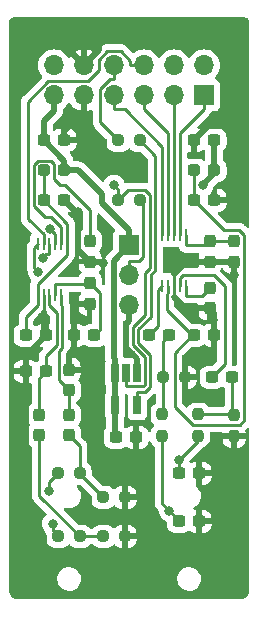
<source format=gbl>
G04 #@! TF.GenerationSoftware,KiCad,Pcbnew,7.0.9-7.0.9~ubuntu20.04.1*
G04 #@! TF.CreationDate,2023-11-16T21:07:46+01:00*
G04 #@! TF.ProjectId,kicad-pmod_i2s2,6b696361-642d-4706-9d6f-645f69327332,1.0*
G04 #@! TF.SameCoordinates,Original*
G04 #@! TF.FileFunction,Copper,L2,Bot*
G04 #@! TF.FilePolarity,Positive*
%FSLAX46Y46*%
G04 Gerber Fmt 4.6, Leading zero omitted, Abs format (unit mm)*
G04 Created by KiCad (PCBNEW 7.0.9-7.0.9~ubuntu20.04.1) date 2023-11-16 21:07:46*
%MOMM*%
%LPD*%
G01*
G04 APERTURE LIST*
G04 Aperture macros list*
%AMRoundRect*
0 Rectangle with rounded corners*
0 $1 Rounding radius*
0 $2 $3 $4 $5 $6 $7 $8 $9 X,Y pos of 4 corners*
0 Add a 4 corners polygon primitive as box body*
4,1,4,$2,$3,$4,$5,$6,$7,$8,$9,$2,$3,0*
0 Add four circle primitives for the rounded corners*
1,1,$1+$1,$2,$3*
1,1,$1+$1,$4,$5*
1,1,$1+$1,$6,$7*
1,1,$1+$1,$8,$9*
0 Add four rect primitives between the rounded corners*
20,1,$1+$1,$2,$3,$4,$5,0*
20,1,$1+$1,$4,$5,$6,$7,0*
20,1,$1+$1,$6,$7,$8,$9,0*
20,1,$1+$1,$8,$9,$2,$3,0*%
G04 Aperture macros list end*
G04 #@! TA.AperFunction,ComponentPad*
%ADD10R,1.700000X1.700000*%
G04 #@! TD*
G04 #@! TA.AperFunction,ComponentPad*
%ADD11O,1.700000X1.700000*%
G04 #@! TD*
G04 #@! TA.AperFunction,SMDPad,CuDef*
%ADD12RoundRect,0.237500X-0.237500X0.300000X-0.237500X-0.300000X0.237500X-0.300000X0.237500X0.300000X0*%
G04 #@! TD*
G04 #@! TA.AperFunction,SMDPad,CuDef*
%ADD13RoundRect,0.237500X-0.300000X-0.237500X0.300000X-0.237500X0.300000X0.237500X-0.300000X0.237500X0*%
G04 #@! TD*
G04 #@! TA.AperFunction,SMDPad,CuDef*
%ADD14RoundRect,0.237500X-0.237500X0.250000X-0.237500X-0.250000X0.237500X-0.250000X0.237500X0.250000X0*%
G04 #@! TD*
G04 #@! TA.AperFunction,SMDPad,CuDef*
%ADD15RoundRect,0.237500X0.237500X-0.300000X0.237500X0.300000X-0.237500X0.300000X-0.237500X-0.300000X0*%
G04 #@! TD*
G04 #@! TA.AperFunction,SMDPad,CuDef*
%ADD16RoundRect,0.237500X0.250000X0.237500X-0.250000X0.237500X-0.250000X-0.237500X0.250000X-0.237500X0*%
G04 #@! TD*
G04 #@! TA.AperFunction,SMDPad,CuDef*
%ADD17RoundRect,0.237500X-0.250000X-0.237500X0.250000X-0.237500X0.250000X0.237500X-0.250000X0.237500X0*%
G04 #@! TD*
G04 #@! TA.AperFunction,SMDPad,CuDef*
%ADD18RoundRect,0.237500X0.300000X0.237500X-0.300000X0.237500X-0.300000X-0.237500X0.300000X-0.237500X0*%
G04 #@! TD*
G04 #@! TA.AperFunction,SMDPad,CuDef*
%ADD19R,0.250000X1.100000*%
G04 #@! TD*
G04 #@! TA.AperFunction,SMDPad,CuDef*
%ADD20R,0.650000X1.560000*%
G04 #@! TD*
G04 #@! TA.AperFunction,SMDPad,CuDef*
%ADD21RoundRect,0.237500X0.287500X0.237500X-0.287500X0.237500X-0.287500X-0.237500X0.287500X-0.237500X0*%
G04 #@! TD*
G04 #@! TA.AperFunction,ViaPad*
%ADD22C,0.800000*%
G04 #@! TD*
G04 #@! TA.AperFunction,Conductor*
%ADD23C,0.500000*%
G04 #@! TD*
G04 #@! TA.AperFunction,Conductor*
%ADD24C,0.250000*%
G04 #@! TD*
G04 #@! TA.AperFunction,Conductor*
%ADD25C,0.249800*%
G04 #@! TD*
G04 APERTURE END LIST*
D10*
X120650000Y-55880000D03*
D11*
X120650000Y-58420000D03*
X120650000Y-60960000D03*
D10*
X127000000Y-43180000D03*
D11*
X127000000Y-40640000D03*
X124460000Y-43180000D03*
X124460000Y-40640000D03*
X121920000Y-43180000D03*
X121920000Y-40640000D03*
X119380000Y-43180000D03*
X119380000Y-40640000D03*
X116840000Y-43180000D03*
X116840000Y-40640000D03*
X114300000Y-43180000D03*
X114300000Y-40640000D03*
D12*
X117348000Y-59081500D03*
X117348000Y-60806500D03*
D13*
X122327500Y-63485000D03*
X124052500Y-63485000D03*
D14*
X129540000Y-70207500D03*
X129540000Y-72032500D03*
D15*
X115570000Y-68157500D03*
X115570000Y-66432500D03*
D12*
X129540000Y-55525500D03*
X129540000Y-57250500D03*
X115570000Y-70242500D03*
X115570000Y-71967500D03*
D16*
X121562500Y-46990000D03*
X119737500Y-46990000D03*
X116482500Y-75184000D03*
X114657500Y-75184000D03*
D13*
X113437500Y-46975000D03*
X115162500Y-46975000D03*
X113437500Y-52055000D03*
X115162500Y-52055000D03*
D17*
X123547500Y-67056000D03*
X125372500Y-67056000D03*
D13*
X111913500Y-63500000D03*
X113638500Y-63500000D03*
D12*
X127508000Y-55525500D03*
X127508000Y-57250500D03*
D13*
X126137500Y-63485000D03*
X127862500Y-63485000D03*
D18*
X117702500Y-63500000D03*
X115977500Y-63500000D03*
D19*
X112910000Y-55762000D03*
X113410000Y-55762000D03*
X113910000Y-55762000D03*
X114410000Y-55762000D03*
X114910000Y-55762000D03*
X114910000Y-60062000D03*
X114410000Y-60062000D03*
X113910000Y-60062000D03*
X113410000Y-60062000D03*
X112910000Y-60062000D03*
D13*
X124867500Y-79248000D03*
X126592500Y-79248000D03*
D19*
X123460000Y-54985000D03*
X123960000Y-54985000D03*
X124460000Y-54985000D03*
X124960000Y-54985000D03*
X125460000Y-54985000D03*
X125460000Y-59285000D03*
X124960000Y-59285000D03*
X124460000Y-59285000D03*
X123960000Y-59285000D03*
X123460000Y-59285000D03*
D17*
X118467500Y-80518000D03*
X120292500Y-80518000D03*
D13*
X124867500Y-75184000D03*
X126592500Y-75184000D03*
X119533500Y-72136000D03*
X121258500Y-72136000D03*
D20*
X119446000Y-66722000D03*
X120396000Y-66722000D03*
X121346000Y-66722000D03*
X121346000Y-69422000D03*
X119446000Y-69422000D03*
D12*
X127508000Y-59489000D03*
X127508000Y-61214000D03*
D14*
X123444000Y-70192500D03*
X123444000Y-72017500D03*
D18*
X127862500Y-46975000D03*
X126137500Y-46975000D03*
D14*
X126492000Y-70192500D03*
X126492000Y-72017500D03*
D13*
X127661500Y-67056000D03*
X129386500Y-67056000D03*
D18*
X113638500Y-66548000D03*
X111913500Y-66548000D03*
D12*
X113030000Y-70242500D03*
X113030000Y-71967500D03*
D21*
X127875000Y-49515000D03*
X126125000Y-49515000D03*
D17*
X118467500Y-77216000D03*
X120292500Y-77216000D03*
D16*
X116482500Y-80518000D03*
X114657500Y-80518000D03*
D21*
X115175000Y-49515000D03*
X113425000Y-49515000D03*
D13*
X126137500Y-52055000D03*
X127862500Y-52055000D03*
D17*
X119737500Y-52055000D03*
X121562500Y-52055000D03*
D12*
X117348000Y-55525500D03*
X117348000Y-57250500D03*
D22*
X120142000Y-83058000D03*
X118364000Y-78994000D03*
X121666000Y-77216000D03*
X126492000Y-68326000D03*
X120650000Y-65024000D03*
X116078000Y-61722000D03*
X117856000Y-72898000D03*
X118110000Y-65532000D03*
X113284000Y-61976000D03*
X110998000Y-67818000D03*
X128016000Y-79248000D03*
X126746000Y-73914000D03*
X128016000Y-72390000D03*
X126492000Y-65786000D03*
X129540000Y-58420000D03*
X125730000Y-57150000D03*
X127762000Y-62230000D03*
X129540000Y-52070000D03*
X127254000Y-45720000D03*
X116332000Y-53086000D03*
X116586000Y-45974000D03*
X118110000Y-37846000D03*
X115570000Y-37846000D03*
X119380000Y-50800000D03*
X112966600Y-58096800D03*
X113895300Y-76663900D03*
X114171700Y-79438000D03*
X113321600Y-56920200D03*
X113962300Y-54461400D03*
X124859000Y-74088900D03*
X124055300Y-78334000D03*
X121412000Y-73660000D03*
X125730000Y-61468000D03*
X118460200Y-57358700D03*
X126876300Y-50785000D03*
D23*
X129540000Y-52070000D02*
X129540000Y-46228000D01*
X129540000Y-46228000D02*
X128664800Y-45352800D01*
X128664800Y-45352800D02*
X127759700Y-45352800D01*
X127862500Y-52055000D02*
X129525000Y-52055000D01*
X129525000Y-52055000D02*
X129540000Y-52070000D01*
D24*
X119380000Y-50800000D02*
X119737500Y-51157500D01*
X119737500Y-51157500D02*
X119737500Y-52055000D01*
X120962400Y-64281200D02*
X121996400Y-65315200D01*
X121962300Y-61778800D02*
X120962400Y-62778700D01*
X120962400Y-62778700D02*
X120962400Y-64281200D01*
X121996400Y-67666300D02*
X121835400Y-67827300D01*
X119737500Y-52055000D02*
X120588700Y-51203800D01*
X121962300Y-61164800D02*
X121962300Y-61778800D01*
X121962400Y-58261400D02*
X121962400Y-61164700D01*
X120588700Y-51203800D02*
X122016700Y-51203800D01*
X122404400Y-57819400D02*
X121962400Y-58261400D01*
X121962400Y-61164700D02*
X121962300Y-61164800D01*
X122404400Y-51591500D02*
X122404400Y-57819400D01*
X122016700Y-51203800D02*
X122404400Y-51591500D01*
X121996400Y-65315200D02*
X121996400Y-67666300D01*
X121835400Y-67827300D02*
X120396000Y-67827300D01*
X120396000Y-67827300D02*
X120396000Y-66722000D01*
D23*
X121412000Y-73660000D02*
X118618000Y-73660000D01*
X118618000Y-73660000D02*
X117856000Y-72898000D01*
X120292500Y-80518000D02*
X126492000Y-80518000D01*
X126492000Y-80518000D02*
X126592500Y-80417500D01*
X126592500Y-80417500D02*
X126592500Y-79248000D01*
X111913500Y-66548000D02*
X111913500Y-80163500D01*
X111913500Y-80163500D02*
X113792000Y-82042000D01*
X113792000Y-82042000D02*
X120292500Y-82042000D01*
X120292500Y-82042000D02*
X120292500Y-80518000D01*
X121258500Y-72136000D02*
X121258500Y-73506500D01*
X121258500Y-73506500D02*
X121412000Y-73660000D01*
X120292500Y-73660000D02*
X120292500Y-77216000D01*
X121275100Y-73660000D02*
X121412000Y-73660000D01*
X125730000Y-61468000D02*
X125984000Y-61214000D01*
X125984000Y-61214000D02*
X127508000Y-61214000D01*
X125730000Y-61468000D02*
X125642500Y-61468000D01*
X125642500Y-61468000D02*
X124460000Y-60285500D01*
X115924500Y-60806500D02*
X117348000Y-60806500D01*
X116078000Y-61722000D02*
X115924500Y-61568500D01*
X115924500Y-61568500D02*
X115924500Y-60806500D01*
X116078000Y-61722000D02*
X116078000Y-62076500D01*
X116078000Y-62076500D02*
X115977500Y-62177000D01*
X115977500Y-62177000D02*
X115977500Y-63500000D01*
D24*
X114910000Y-60062000D02*
X114910000Y-60937300D01*
X114910000Y-60937300D02*
X114994600Y-61021900D01*
X114994600Y-61021900D02*
X114994600Y-64541696D01*
X114994600Y-64541696D02*
X114708800Y-64827496D01*
X114708800Y-64827496D02*
X114708800Y-67296300D01*
X114708800Y-67296300D02*
X115570000Y-68157500D01*
D23*
X115570000Y-66432500D02*
X115570000Y-65077000D01*
X115570000Y-65077000D02*
X115977500Y-64669500D01*
X118110000Y-65532000D02*
X116840000Y-65532000D01*
X116840000Y-65532000D02*
X115977500Y-64669500D01*
X115977500Y-64669500D02*
X115977500Y-63500000D01*
X116840000Y-40640000D02*
X116840000Y-38354000D01*
X116840000Y-38354000D02*
X117348000Y-37846000D01*
X117348000Y-37846000D02*
X127000000Y-37846000D01*
X129032000Y-39878000D02*
X129032000Y-44080500D01*
X127000000Y-37846000D02*
X129032000Y-39878000D01*
X129032000Y-44080500D02*
X127759700Y-45352800D01*
D24*
X117348000Y-55525500D02*
X117348000Y-52898700D01*
X114300000Y-49019700D02*
X113995300Y-48715000D01*
X114910000Y-54360900D02*
X114910000Y-55762000D01*
X117348000Y-52898700D02*
X115234300Y-50785000D01*
X114793000Y-50785000D02*
X114300000Y-50292000D01*
X115234300Y-50785000D02*
X114793000Y-50785000D01*
X114300000Y-50292000D02*
X114300000Y-49019700D01*
X114037500Y-53488400D02*
X114910000Y-54360900D01*
X113995300Y-48715000D02*
X112897924Y-48715000D01*
X112897924Y-48715000D02*
X112563400Y-49049524D01*
X112563400Y-49049524D02*
X112563400Y-52557800D01*
X112563400Y-52557800D02*
X113494000Y-53488400D01*
X113494000Y-53488400D02*
X114037500Y-53488400D01*
D23*
X115175000Y-49515000D02*
X116317000Y-49515000D01*
X116317000Y-49515000D02*
X118364000Y-51562000D01*
X118364000Y-51562000D02*
X118364000Y-52324000D01*
X118364000Y-52324000D02*
X120650000Y-54610000D01*
X120650000Y-55880000D02*
X120650000Y-54610000D01*
X127862500Y-63485000D02*
X127862500Y-64669500D01*
X127862500Y-64669500D02*
X127254000Y-65278000D01*
X127254000Y-65278000D02*
X125730000Y-65278000D01*
X125730000Y-65278000D02*
X125372500Y-65635500D01*
X125372500Y-65635500D02*
X125372500Y-67056000D01*
X120878300Y-65024000D02*
X121346000Y-65491700D01*
X120650000Y-65024000D02*
X120878300Y-65024000D01*
X120650000Y-64795700D02*
X120650000Y-65024000D01*
X115570000Y-66432500D02*
X116724500Y-66432500D01*
X117856000Y-72037900D02*
X117856000Y-72898000D01*
X116724500Y-66432500D02*
X117421300Y-67129300D01*
X117421300Y-71603200D02*
X117856000Y-72037900D01*
X117421300Y-67129300D02*
X117421300Y-71603200D01*
X113410000Y-62102000D02*
X113410000Y-63271500D01*
X113284000Y-61976000D02*
X113410000Y-62102000D01*
X113410000Y-61850000D02*
X113284000Y-61976000D01*
X120292500Y-78843500D02*
X120292500Y-80174300D01*
X120396000Y-78740000D02*
X120292500Y-78843500D01*
X120292500Y-78636500D02*
X120396000Y-78740000D01*
X126592500Y-79248000D02*
X128016000Y-79248000D01*
X128016000Y-79248000D02*
X128016000Y-75184000D01*
X128016000Y-75184000D02*
X126592500Y-75184000D01*
X128016000Y-72390000D02*
X126592500Y-73813500D01*
X126592500Y-73813500D02*
X126592500Y-75184000D01*
X129540000Y-72032500D02*
X128373500Y-72032500D01*
X128373500Y-72032500D02*
X128016000Y-72390000D01*
X125830500Y-57250500D02*
X127508000Y-57250500D01*
X125730000Y-57150000D02*
X125830500Y-57250500D01*
X125629500Y-57250500D02*
X125730000Y-57150000D01*
X127862500Y-62330500D02*
X127862500Y-63485000D01*
X127762000Y-62230000D02*
X127862500Y-62330500D01*
X127862500Y-62129500D02*
X127762000Y-62230000D01*
X127254000Y-45858500D02*
X126137500Y-46975000D01*
X127254000Y-45720000D02*
X127254000Y-45858500D01*
X127392500Y-45720000D02*
X127254000Y-45720000D01*
X116193500Y-53086000D02*
X115162500Y-52055000D01*
X116332000Y-53086000D02*
X116193500Y-53086000D01*
X116332000Y-53224500D02*
X116332000Y-53086000D01*
X116840000Y-40640000D02*
X116840000Y-40616227D01*
X116840000Y-40616227D02*
X118110000Y-39346227D01*
X118110000Y-39346227D02*
X118110000Y-37846000D01*
X116840000Y-40640000D02*
X115570000Y-39370000D01*
X115570000Y-39370000D02*
X115570000Y-37846000D01*
D24*
X112596300Y-57726500D02*
X112966600Y-58096800D01*
X112596300Y-56075700D02*
X112596300Y-57726500D01*
X112910000Y-55762000D02*
X112596300Y-56075700D01*
X121346000Y-69422000D02*
X121346000Y-68316700D01*
X121996300Y-68316700D02*
X121346000Y-68316700D01*
X122446800Y-67866200D02*
X121996300Y-68316700D01*
X122446800Y-65128700D02*
X122446800Y-67866200D01*
X121438300Y-64120200D02*
X122446800Y-65128700D01*
X121438300Y-62962600D02*
X121438300Y-64120200D01*
X122478600Y-61922300D02*
X121438300Y-62962600D01*
X122478600Y-58382100D02*
X122478600Y-61922300D01*
X122862900Y-57997800D02*
X122478600Y-58382100D01*
X122862900Y-48290400D02*
X122862900Y-57997800D01*
X121562500Y-46990000D02*
X122862900Y-48290400D01*
X113895300Y-75946200D02*
X113895300Y-76663900D01*
X114657500Y-75184000D02*
X113895300Y-75946200D01*
X114171700Y-80032200D02*
X114171700Y-79438000D01*
X114657500Y-80518000D02*
X114171700Y-80032200D01*
X119012600Y-41815300D02*
X119380000Y-41815300D01*
X118204700Y-42623200D02*
X119012600Y-41815300D01*
X118204700Y-45457200D02*
X118204700Y-42623200D01*
X119737500Y-46990000D02*
X118204700Y-45457200D01*
X119380000Y-40640000D02*
X119380000Y-41815300D01*
X120261500Y-44355300D02*
X119380000Y-44355300D01*
X123460000Y-47553800D02*
X120261500Y-44355300D01*
X123460000Y-54985000D02*
X123460000Y-47553800D01*
X119380000Y-43180000D02*
X119380000Y-44355300D01*
X121920000Y-40640000D02*
X120744700Y-40640000D01*
X113410000Y-54934800D02*
X113410000Y-55762000D01*
X112113100Y-53637900D02*
X113410000Y-54934800D01*
X112113100Y-43702800D02*
X112113100Y-53637900D01*
X113811300Y-42004600D02*
X112113100Y-43702800D01*
X117158300Y-42004600D02*
X113811300Y-42004600D01*
X118110000Y-41052900D02*
X117158300Y-42004600D01*
X118110000Y-40159400D02*
X118110000Y-41052900D01*
X118804700Y-39464700D02*
X118110000Y-40159400D01*
X119936800Y-39464700D02*
X118804700Y-39464700D01*
X120744700Y-40272600D02*
X119936800Y-39464700D01*
X120744700Y-40640000D02*
X120744700Y-40272600D01*
X123960000Y-46395300D02*
X121920000Y-44355300D01*
X123960000Y-54985000D02*
X123960000Y-46395300D01*
X121920000Y-43180000D02*
X121920000Y-44355300D01*
X113604500Y-56637300D02*
X113321600Y-56920200D01*
X113910000Y-56637300D02*
X113604500Y-56637300D01*
X113910000Y-55762000D02*
X113910000Y-56637300D01*
X124460000Y-54985000D02*
X124460000Y-44355300D01*
X124460000Y-43180000D02*
X124460000Y-44355300D01*
X114387600Y-54886700D02*
X114410000Y-54886700D01*
X113962300Y-54461400D02*
X114387600Y-54886700D01*
X114410000Y-55762000D02*
X114410000Y-54886700D01*
X127000000Y-43180000D02*
X127000000Y-44355300D01*
X124960000Y-54985000D02*
X124960000Y-54109700D01*
X124960000Y-46395300D02*
X124960000Y-54109700D01*
X127000000Y-44355300D02*
X124960000Y-46395300D01*
X121458100Y-57244700D02*
X120650000Y-57244700D01*
X121825300Y-56877500D02*
X121458100Y-57244700D01*
X121825300Y-52317800D02*
X121825300Y-56877500D01*
X121562500Y-52055000D02*
X121825300Y-52317800D01*
X120650000Y-58420000D02*
X120650000Y-57244700D01*
X124867500Y-74097400D02*
X124859000Y-74088900D01*
X124867500Y-75184000D02*
X124867500Y-74097400D01*
X126492000Y-72455900D02*
X124859000Y-74088900D01*
X126492000Y-72017500D02*
X126492000Y-72455900D01*
X124867500Y-79146200D02*
X124055300Y-78334000D01*
X124867500Y-79248000D02*
X124867500Y-79146200D01*
X123444000Y-77722700D02*
X124055300Y-78334000D01*
X123444000Y-72017500D02*
X123444000Y-77722700D01*
X116482500Y-75231000D02*
X116482500Y-75184000D01*
X118467500Y-77216000D02*
X116482500Y-75231000D01*
X116482500Y-72880000D02*
X115570000Y-71967500D01*
X116482500Y-75184000D02*
X116482500Y-72880000D01*
X113030000Y-77065500D02*
X113030000Y-71967500D01*
X116482500Y-80518000D02*
X113030000Y-77065500D01*
X118467500Y-80518000D02*
X116482500Y-80518000D01*
X115570000Y-68157500D02*
X115570000Y-70242500D01*
X113910000Y-60062000D02*
X113910000Y-60937300D01*
X113638500Y-65261400D02*
X113638500Y-66548000D01*
X114544200Y-64355700D02*
X113638500Y-65261400D01*
X114544200Y-61571500D02*
X114544200Y-64355700D01*
X113910000Y-60937300D02*
X114544200Y-61571500D01*
X113030000Y-67156500D02*
X113030000Y-70242500D01*
X113638500Y-66548000D02*
X113030000Y-67156500D01*
X129386500Y-70192500D02*
X129386500Y-67056000D01*
X126492000Y-70192500D02*
X129386500Y-70192500D01*
X129525000Y-70192500D02*
X129540000Y-70207500D01*
X129386500Y-70192500D02*
X129525000Y-70192500D01*
X128756300Y-65961200D02*
X127661500Y-67056000D01*
X128756300Y-59361200D02*
X128756300Y-65961200D01*
X127804700Y-58409600D02*
X128756300Y-59361200D01*
X125200300Y-58409600D02*
X127804700Y-58409600D01*
X124960000Y-58649900D02*
X125200300Y-58409600D01*
X124960000Y-59285000D02*
X124960000Y-58649900D01*
X123547500Y-70089000D02*
X123547500Y-67056000D01*
X123444000Y-70192500D02*
X123547500Y-70089000D01*
X123547500Y-63990000D02*
X124052500Y-63485000D01*
X123547500Y-67056000D02*
X123547500Y-63990000D01*
X123097100Y-62715400D02*
X122327500Y-63485000D01*
X123097100Y-59647900D02*
X123097100Y-62715400D01*
X123460000Y-59285000D02*
X123097100Y-59647900D01*
X126836700Y-60160300D02*
X127508000Y-59489000D01*
X125460000Y-60160300D02*
X126836700Y-60160300D01*
X125460000Y-59285000D02*
X125460000Y-60160300D01*
X111913500Y-61933800D02*
X111913500Y-63500000D01*
X112910000Y-60937300D02*
X111913500Y-61933800D01*
X112910000Y-60499600D02*
X112910000Y-60937300D01*
X113425000Y-52042500D02*
X113437500Y-52055000D01*
X113425000Y-49515000D02*
X113425000Y-52042500D01*
X112910000Y-60499600D02*
X112910000Y-60062000D01*
X115416200Y-54033700D02*
X113437500Y-52055000D01*
X115416200Y-56680500D02*
X115416200Y-54033700D01*
X112910000Y-59186700D02*
X115416200Y-56680500D01*
X112910000Y-60062000D02*
X112910000Y-59186700D01*
X126137500Y-49527500D02*
X126137500Y-52055000D01*
X126125000Y-49515000D02*
X126137500Y-49527500D01*
X126137500Y-63485000D02*
X125999900Y-63485000D01*
X123960000Y-59920100D02*
X123960000Y-59285000D01*
X123854100Y-60026000D02*
X123960000Y-59920100D01*
X123854100Y-61339200D02*
X123854100Y-60026000D01*
X125999900Y-63485000D02*
X123854100Y-61339200D01*
X124523500Y-64961400D02*
X125999900Y-63485000D01*
X124523500Y-69550600D02*
X124523500Y-64961400D01*
X126034800Y-71061900D02*
X124523500Y-69550600D01*
X130001100Y-71061900D02*
X126034800Y-71061900D01*
X130370000Y-70693000D02*
X130001100Y-71061900D01*
X130370000Y-55020000D02*
X130370000Y-70693000D01*
X129968600Y-54618600D02*
X130370000Y-55020000D01*
X128701100Y-54618600D02*
X129968600Y-54618600D01*
X126137500Y-52055000D02*
X128701100Y-54618600D01*
X118161000Y-59894500D02*
X117348000Y-59081500D01*
X118161000Y-63041500D02*
X118161000Y-59894500D01*
X117702500Y-63500000D02*
X118161000Y-63041500D01*
X117242800Y-59186700D02*
X117348000Y-59081500D01*
X114410000Y-59186700D02*
X117242800Y-59186700D01*
X114410000Y-60062000D02*
X114410000Y-59186700D01*
X129540000Y-55525500D02*
X127508000Y-55525500D01*
X127173200Y-55860300D02*
X127508000Y-55525500D01*
X125460000Y-55860300D02*
X127173200Y-55860300D01*
X125460000Y-54985000D02*
X125460000Y-55860300D01*
D23*
X121346000Y-66722000D02*
X121346000Y-65491700D01*
D25*
X113410000Y-61512800D02*
X113410000Y-60062000D01*
D23*
X111913500Y-65225000D02*
X113638500Y-63500000D01*
X111913500Y-66548000D02*
X111913500Y-65225000D01*
X113410000Y-63271500D02*
X113638500Y-63500000D01*
X113410000Y-61512800D02*
X113410000Y-61850000D01*
X116840000Y-43180000D02*
X116840000Y-44480300D01*
X115162500Y-46157800D02*
X115162500Y-46975000D01*
X116840000Y-44480300D02*
X115162500Y-46157800D01*
X126592500Y-74980000D02*
X126592500Y-75184000D01*
X120387100Y-64532800D02*
X120650000Y-64795700D01*
X120387100Y-62523200D02*
X120387100Y-64532800D01*
X120650000Y-62260300D02*
X120387100Y-62523200D01*
X120650000Y-60960000D02*
X120650000Y-62260300D01*
D25*
X124460000Y-58284600D02*
X124460000Y-59285000D01*
X124460000Y-60285500D02*
X124460000Y-59285000D01*
D23*
X125494100Y-57250500D02*
X125629500Y-57250500D01*
X124460000Y-58284600D02*
X125494100Y-57250500D01*
X127508000Y-57250500D02*
X129540000Y-57250500D01*
X127759700Y-45352800D02*
X127392500Y-45720000D01*
X116354700Y-53247200D02*
X116332000Y-53224500D01*
X116354700Y-56257200D02*
X116354700Y-53247200D01*
X117348000Y-57250500D02*
X116354700Y-56257200D01*
X118352000Y-57250500D02*
X118460200Y-57358700D01*
X117348000Y-57250500D02*
X118352000Y-57250500D01*
X120292500Y-77216000D02*
X120292500Y-78636500D01*
X127862500Y-61568500D02*
X127862500Y-62129500D01*
X127508000Y-61214000D02*
X127862500Y-61568500D01*
X127862500Y-49502500D02*
X127862500Y-46975000D01*
X127875000Y-49515000D02*
X127862500Y-49502500D01*
X113437500Y-45342800D02*
X114300000Y-44480300D01*
X113437500Y-46975000D02*
X113437500Y-45342800D01*
X114300000Y-43180000D02*
X114300000Y-44480300D01*
X119446000Y-72048500D02*
X119533500Y-72136000D01*
X119446000Y-69422000D02*
X119446000Y-72048500D01*
X119446000Y-69422000D02*
X119446000Y-68191700D01*
X119446000Y-66722000D02*
X119446000Y-68191700D01*
X119346400Y-57183600D02*
X120650000Y-55880000D01*
X119346400Y-65392100D02*
X119346400Y-57183600D01*
X119446000Y-65491700D02*
X119346400Y-65392100D01*
X119446000Y-66722000D02*
X119446000Y-65491700D01*
X115175000Y-48712500D02*
X113437500Y-46975000D01*
X115175000Y-49515000D02*
X115175000Y-48712500D01*
X127875000Y-49786300D02*
X127875000Y-49515000D01*
X126876300Y-50785000D02*
X127875000Y-49786300D01*
G04 #@! TA.AperFunction,Conductor*
G36*
X130433030Y-36577031D02*
G01*
X130439746Y-36577914D01*
X130447709Y-36578963D01*
X130521327Y-36590622D01*
X130549367Y-36598530D01*
X130573809Y-36608654D01*
X130578190Y-36610674D01*
X130625076Y-36634564D01*
X130644258Y-36646667D01*
X130663594Y-36661503D01*
X130669353Y-36665923D01*
X130675448Y-36671267D01*
X130714730Y-36710549D01*
X130720075Y-36716645D01*
X130739327Y-36741733D01*
X130751435Y-36760924D01*
X130764084Y-36785748D01*
X130775318Y-36807796D01*
X130777352Y-36812208D01*
X130787466Y-36836625D01*
X130795377Y-36864676D01*
X130795379Y-36864683D01*
X130807037Y-36938296D01*
X130808969Y-36952967D01*
X130809500Y-36961069D01*
X130809500Y-54275547D01*
X130789815Y-54342586D01*
X130737011Y-54388341D01*
X130667853Y-54398285D01*
X130604297Y-54369260D01*
X130597819Y-54363228D01*
X130469403Y-54234812D01*
X130459580Y-54222550D01*
X130459359Y-54222734D01*
X130454386Y-54216723D01*
X130403964Y-54169373D01*
X130393519Y-54158928D01*
X130383075Y-54148483D01*
X130377586Y-54144225D01*
X130373161Y-54140447D01*
X130339182Y-54108538D01*
X130339180Y-54108536D01*
X130339177Y-54108535D01*
X130321629Y-54098888D01*
X130305363Y-54088204D01*
X130289536Y-54075927D01*
X130289535Y-54075926D01*
X130289533Y-54075925D01*
X130246768Y-54057418D01*
X130241522Y-54054848D01*
X130200693Y-54032403D01*
X130200692Y-54032402D01*
X130181293Y-54027422D01*
X130162881Y-54021118D01*
X130144498Y-54013162D01*
X130144492Y-54013160D01*
X130098474Y-54005872D01*
X130092752Y-54004687D01*
X130047621Y-53993100D01*
X130047619Y-53993100D01*
X130027584Y-53993100D01*
X130008186Y-53991573D01*
X130000762Y-53990397D01*
X129988405Y-53988440D01*
X129988404Y-53988440D01*
X129942016Y-53992825D01*
X129936178Y-53993100D01*
X129011552Y-53993100D01*
X128944513Y-53973415D01*
X128923871Y-53956781D01*
X128201495Y-53234405D01*
X128168010Y-53173082D01*
X128172994Y-53103390D01*
X128214866Y-53047457D01*
X128276576Y-53023366D01*
X128312651Y-53019681D01*
X128476300Y-52965453D01*
X128476311Y-52965448D01*
X128623034Y-52874947D01*
X128623038Y-52874944D01*
X128744944Y-52753038D01*
X128744947Y-52753034D01*
X128835448Y-52606311D01*
X128835453Y-52606300D01*
X128889680Y-52442652D01*
X128899999Y-52341654D01*
X128900000Y-52341641D01*
X128900000Y-52305000D01*
X127736500Y-52305000D01*
X127669461Y-52285315D01*
X127623706Y-52232511D01*
X127612500Y-52181000D01*
X127612500Y-51344089D01*
X127629112Y-51282090D01*
X127703479Y-51153284D01*
X127727290Y-51080000D01*
X128112500Y-51080000D01*
X128112500Y-51805000D01*
X128899999Y-51805000D01*
X128899999Y-51768360D01*
X128899998Y-51768345D01*
X128889680Y-51667347D01*
X128835453Y-51503699D01*
X128835448Y-51503688D01*
X128744947Y-51356965D01*
X128744944Y-51356961D01*
X128623038Y-51235055D01*
X128623034Y-51235052D01*
X128476311Y-51144551D01*
X128476300Y-51144546D01*
X128312652Y-51090319D01*
X128211654Y-51080000D01*
X128112500Y-51080000D01*
X127727290Y-51080000D01*
X127758822Y-50982955D01*
X127789069Y-50933597D01*
X128203307Y-50519359D01*
X128264628Y-50485876D01*
X128278382Y-50483684D01*
X128312753Y-50480174D01*
X128476516Y-50425908D01*
X128623350Y-50335340D01*
X128745340Y-50213350D01*
X128835908Y-50066516D01*
X128890174Y-49902753D01*
X128900500Y-49801677D01*
X128900499Y-49228324D01*
X128890174Y-49127247D01*
X128835908Y-48963484D01*
X128745340Y-48816650D01*
X128649319Y-48720629D01*
X128615834Y-48659306D01*
X128613000Y-48632948D01*
X128613000Y-47857052D01*
X128632685Y-47790013D01*
X128649319Y-47769371D01*
X128659509Y-47759181D01*
X128745340Y-47673350D01*
X128835908Y-47526516D01*
X128890174Y-47362753D01*
X128900500Y-47261677D01*
X128900499Y-46688324D01*
X128890174Y-46587247D01*
X128835908Y-46423484D01*
X128745340Y-46276650D01*
X128623350Y-46154660D01*
X128532129Y-46098395D01*
X128476518Y-46064093D01*
X128476513Y-46064091D01*
X128445004Y-46053650D01*
X128312753Y-46009826D01*
X128312751Y-46009825D01*
X128211678Y-45999500D01*
X127513330Y-45999500D01*
X127513312Y-45999501D01*
X127412247Y-46009825D01*
X127248484Y-46064092D01*
X127248481Y-46064093D01*
X127101648Y-46154661D01*
X127087325Y-46168984D01*
X127026001Y-46202468D01*
X126956309Y-46197482D01*
X126911965Y-46168982D01*
X126898038Y-46155055D01*
X126898034Y-46155052D01*
X126751311Y-46064551D01*
X126751300Y-46064546D01*
X126587651Y-46010318D01*
X126522357Y-46003648D01*
X126457665Y-45977251D01*
X126417514Y-45920071D01*
X126414651Y-45850260D01*
X126447277Y-45792612D01*
X127383786Y-44856102D01*
X127396048Y-44846280D01*
X127395865Y-44846059D01*
X127401867Y-44841092D01*
X127401877Y-44841086D01*
X127449241Y-44790648D01*
X127470120Y-44769770D01*
X127474373Y-44764286D01*
X127478150Y-44759863D01*
X127510062Y-44725882D01*
X127519714Y-44708323D01*
X127530389Y-44692072D01*
X127542674Y-44676236D01*
X127561186Y-44633452D01*
X127563746Y-44628226D01*
X127573244Y-44610951D01*
X127582149Y-44594756D01*
X127631698Y-44545494D01*
X127690808Y-44530499D01*
X127897871Y-44530499D01*
X127897872Y-44530499D01*
X127957483Y-44524091D01*
X128092331Y-44473796D01*
X128207546Y-44387546D01*
X128293796Y-44272331D01*
X128344091Y-44137483D01*
X128350500Y-44077873D01*
X128350499Y-42282128D01*
X128344091Y-42222517D01*
X128342810Y-42219083D01*
X128293797Y-42087671D01*
X128293793Y-42087664D01*
X128207547Y-41972455D01*
X128207544Y-41972452D01*
X128092335Y-41886206D01*
X128092328Y-41886202D01*
X127960917Y-41837189D01*
X127904983Y-41795318D01*
X127880566Y-41729853D01*
X127895418Y-41661580D01*
X127916563Y-41633332D01*
X128038495Y-41511401D01*
X128174035Y-41317830D01*
X128273903Y-41103663D01*
X128335063Y-40875408D01*
X128355659Y-40640000D01*
X128335063Y-40404592D01*
X128273903Y-40176337D01*
X128174035Y-39962171D01*
X128169826Y-39956159D01*
X128038494Y-39768597D01*
X127871402Y-39601506D01*
X127871395Y-39601501D01*
X127849834Y-39586404D01*
X127809131Y-39557903D01*
X127677834Y-39465967D01*
X127677830Y-39465965D01*
X127677828Y-39465964D01*
X127463663Y-39366097D01*
X127463659Y-39366096D01*
X127463655Y-39366094D01*
X127235413Y-39304938D01*
X127235403Y-39304936D01*
X127000001Y-39284341D01*
X126999999Y-39284341D01*
X126764596Y-39304936D01*
X126764586Y-39304938D01*
X126536344Y-39366094D01*
X126536335Y-39366098D01*
X126322171Y-39465964D01*
X126322169Y-39465965D01*
X126128597Y-39601505D01*
X125961505Y-39768597D01*
X125831575Y-39954158D01*
X125776998Y-39997783D01*
X125707500Y-40004977D01*
X125645145Y-39973454D01*
X125628425Y-39954158D01*
X125498494Y-39768597D01*
X125331402Y-39601506D01*
X125331395Y-39601501D01*
X125309834Y-39586404D01*
X125269131Y-39557903D01*
X125137834Y-39465967D01*
X125137830Y-39465965D01*
X125137828Y-39465964D01*
X124923663Y-39366097D01*
X124923659Y-39366096D01*
X124923655Y-39366094D01*
X124695413Y-39304938D01*
X124695403Y-39304936D01*
X124460001Y-39284341D01*
X124459999Y-39284341D01*
X124224596Y-39304936D01*
X124224586Y-39304938D01*
X123996344Y-39366094D01*
X123996335Y-39366098D01*
X123782171Y-39465964D01*
X123782169Y-39465965D01*
X123588597Y-39601505D01*
X123421505Y-39768597D01*
X123291575Y-39954158D01*
X123236998Y-39997783D01*
X123167500Y-40004977D01*
X123105145Y-39973454D01*
X123088425Y-39954158D01*
X122958494Y-39768597D01*
X122791402Y-39601506D01*
X122791395Y-39601501D01*
X122769834Y-39586404D01*
X122729131Y-39557903D01*
X122597834Y-39465967D01*
X122597830Y-39465965D01*
X122597828Y-39465964D01*
X122383663Y-39366097D01*
X122383659Y-39366096D01*
X122383655Y-39366094D01*
X122155413Y-39304938D01*
X122155403Y-39304936D01*
X121920001Y-39284341D01*
X121919999Y-39284341D01*
X121684596Y-39304936D01*
X121684586Y-39304938D01*
X121456344Y-39366094D01*
X121456335Y-39366098D01*
X121242171Y-39465964D01*
X121242169Y-39465965D01*
X121080657Y-39579056D01*
X121014450Y-39601384D01*
X120946683Y-39584372D01*
X120921853Y-39565162D01*
X120437603Y-39080912D01*
X120427780Y-39068650D01*
X120427559Y-39068834D01*
X120422586Y-39062823D01*
X120403959Y-39045331D01*
X120372164Y-39015473D01*
X120361719Y-39005028D01*
X120351275Y-38994583D01*
X120345786Y-38990325D01*
X120341361Y-38986547D01*
X120307382Y-38954638D01*
X120307380Y-38954636D01*
X120307377Y-38954635D01*
X120289829Y-38944988D01*
X120273563Y-38934304D01*
X120257733Y-38922025D01*
X120214968Y-38903518D01*
X120209722Y-38900948D01*
X120168893Y-38878503D01*
X120168892Y-38878502D01*
X120149493Y-38873522D01*
X120131081Y-38867218D01*
X120112698Y-38859262D01*
X120112692Y-38859260D01*
X120066674Y-38851972D01*
X120060952Y-38850787D01*
X120015821Y-38839200D01*
X120015819Y-38839200D01*
X119995784Y-38839200D01*
X119976386Y-38837673D01*
X119968962Y-38836497D01*
X119956605Y-38834540D01*
X119956604Y-38834540D01*
X119910216Y-38838925D01*
X119904378Y-38839200D01*
X118887438Y-38839200D01*
X118871821Y-38837476D01*
X118871794Y-38837762D01*
X118864032Y-38837027D01*
X118794904Y-38839200D01*
X118765350Y-38839200D01*
X118764629Y-38839290D01*
X118758457Y-38840069D01*
X118752645Y-38840526D01*
X118706073Y-38841990D01*
X118706072Y-38841990D01*
X118686829Y-38847581D01*
X118667779Y-38851525D01*
X118647911Y-38854034D01*
X118647909Y-38854035D01*
X118604584Y-38871188D01*
X118599057Y-38873080D01*
X118554310Y-38886081D01*
X118554309Y-38886082D01*
X118537067Y-38896279D01*
X118519599Y-38904837D01*
X118500969Y-38912213D01*
X118500967Y-38912214D01*
X118463276Y-38939598D01*
X118458394Y-38942805D01*
X118418279Y-38966530D01*
X118404108Y-38980700D01*
X118389323Y-38993328D01*
X118373112Y-39005107D01*
X118343409Y-39041010D01*
X118339477Y-39045331D01*
X117826904Y-39557903D01*
X117765581Y-39591388D01*
X117695889Y-39586404D01*
X117668099Y-39571796D01*
X117517585Y-39466404D01*
X117517579Y-39466400D01*
X117303492Y-39366570D01*
X117303486Y-39366567D01*
X117090000Y-39309364D01*
X117090000Y-40204498D01*
X116982315Y-40155320D01*
X116875763Y-40140000D01*
X116804237Y-40140000D01*
X116697685Y-40155320D01*
X116590000Y-40204498D01*
X116590000Y-39309364D01*
X116589999Y-39309364D01*
X116376513Y-39366567D01*
X116376507Y-39366570D01*
X116162422Y-39466399D01*
X116162420Y-39466400D01*
X115968926Y-39601886D01*
X115968920Y-39601891D01*
X115801891Y-39768920D01*
X115801890Y-39768922D01*
X115671880Y-39954595D01*
X115617303Y-39998219D01*
X115547804Y-40005412D01*
X115485450Y-39973890D01*
X115468730Y-39954594D01*
X115338494Y-39768597D01*
X115171402Y-39601506D01*
X115171395Y-39601501D01*
X115149834Y-39586404D01*
X115109131Y-39557903D01*
X114977834Y-39465967D01*
X114977830Y-39465965D01*
X114977828Y-39465964D01*
X114763663Y-39366097D01*
X114763659Y-39366096D01*
X114763655Y-39366094D01*
X114535413Y-39304938D01*
X114535403Y-39304936D01*
X114300001Y-39284341D01*
X114299999Y-39284341D01*
X114064596Y-39304936D01*
X114064586Y-39304938D01*
X113836344Y-39366094D01*
X113836335Y-39366098D01*
X113622171Y-39465964D01*
X113622169Y-39465965D01*
X113428597Y-39601505D01*
X113261505Y-39768597D01*
X113125965Y-39962169D01*
X113125964Y-39962171D01*
X113026098Y-40176335D01*
X113026094Y-40176344D01*
X112964938Y-40404586D01*
X112964936Y-40404596D01*
X112944341Y-40639999D01*
X112944341Y-40640000D01*
X112964936Y-40875403D01*
X112964938Y-40875413D01*
X113026094Y-41103655D01*
X113026096Y-41103659D01*
X113026097Y-41103663D01*
X113125965Y-41317830D01*
X113125967Y-41317834D01*
X113264610Y-41515836D01*
X113263439Y-41516655D01*
X113288753Y-41574505D01*
X113277710Y-41643496D01*
X113253431Y-41677876D01*
X111729308Y-43201999D01*
X111717051Y-43211820D01*
X111717234Y-43212041D01*
X111711223Y-43217013D01*
X111663872Y-43267436D01*
X111642989Y-43288319D01*
X111642977Y-43288332D01*
X111638721Y-43293817D01*
X111634937Y-43298247D01*
X111603037Y-43332218D01*
X111603036Y-43332220D01*
X111593384Y-43349776D01*
X111582710Y-43366026D01*
X111570429Y-43381861D01*
X111570424Y-43381868D01*
X111551915Y-43424638D01*
X111549345Y-43429884D01*
X111526903Y-43470706D01*
X111521922Y-43490107D01*
X111515621Y-43508510D01*
X111507662Y-43526902D01*
X111507661Y-43526905D01*
X111500371Y-43572927D01*
X111499187Y-43578646D01*
X111487601Y-43623772D01*
X111487600Y-43623782D01*
X111487600Y-43643816D01*
X111486073Y-43663215D01*
X111482940Y-43682994D01*
X111482940Y-43682995D01*
X111487325Y-43729383D01*
X111487600Y-43735221D01*
X111487600Y-53555155D01*
X111485875Y-53570772D01*
X111486161Y-53570799D01*
X111485426Y-53578565D01*
X111487600Y-53647714D01*
X111487600Y-53677243D01*
X111487601Y-53677260D01*
X111488468Y-53684131D01*
X111488926Y-53689950D01*
X111490390Y-53736524D01*
X111490391Y-53736527D01*
X111495980Y-53755767D01*
X111499924Y-53774811D01*
X111502436Y-53794692D01*
X111516754Y-53830857D01*
X111519590Y-53838019D01*
X111521482Y-53843547D01*
X111534481Y-53888288D01*
X111544680Y-53905534D01*
X111553238Y-53923003D01*
X111560614Y-53941632D01*
X111587998Y-53979323D01*
X111591206Y-53984207D01*
X111614927Y-54024316D01*
X111614933Y-54024324D01*
X111629090Y-54038480D01*
X111641727Y-54053275D01*
X111653506Y-54069487D01*
X111681967Y-54093032D01*
X111689409Y-54099188D01*
X111693720Y-54103110D01*
X112053377Y-54462767D01*
X112359016Y-54768406D01*
X112392501Y-54829729D01*
X112387517Y-54899421D01*
X112370602Y-54930398D01*
X112341204Y-54969668D01*
X112341202Y-54969671D01*
X112290908Y-55104517D01*
X112284501Y-55164116D01*
X112284500Y-55164135D01*
X112284500Y-55451547D01*
X112264815Y-55518586D01*
X112248180Y-55539229D01*
X112212510Y-55574898D01*
X112200248Y-55584723D01*
X112200431Y-55584944D01*
X112194420Y-55589915D01*
X112147071Y-55640337D01*
X112126189Y-55661219D01*
X112126177Y-55661232D01*
X112121921Y-55666717D01*
X112118137Y-55671147D01*
X112086237Y-55705118D01*
X112086236Y-55705120D01*
X112076584Y-55722676D01*
X112065910Y-55738926D01*
X112053629Y-55754761D01*
X112053624Y-55754768D01*
X112035115Y-55797538D01*
X112032545Y-55802784D01*
X112010103Y-55843606D01*
X112005122Y-55863007D01*
X111998821Y-55881410D01*
X111990862Y-55899802D01*
X111990861Y-55899805D01*
X111983571Y-55945827D01*
X111982387Y-55951546D01*
X111970801Y-55996672D01*
X111970800Y-55996682D01*
X111970800Y-56016716D01*
X111969273Y-56036115D01*
X111966140Y-56055894D01*
X111966140Y-56055895D01*
X111970525Y-56102283D01*
X111970800Y-56108121D01*
X111970800Y-57643755D01*
X111969075Y-57659372D01*
X111969361Y-57659399D01*
X111968626Y-57667165D01*
X111970800Y-57736314D01*
X111970800Y-57765843D01*
X111970801Y-57765860D01*
X111971668Y-57772731D01*
X111972126Y-57778550D01*
X111973590Y-57825124D01*
X111973591Y-57825127D01*
X111979180Y-57844367D01*
X111983124Y-57863411D01*
X111985636Y-57883292D01*
X112002790Y-57926619D01*
X112004682Y-57932147D01*
X112017681Y-57976888D01*
X112027880Y-57994134D01*
X112036438Y-58011603D01*
X112043815Y-58030234D01*
X112045804Y-58033852D01*
X112060309Y-58090352D01*
X112060461Y-58090337D01*
X112060568Y-58091360D01*
X112061140Y-58093586D01*
X112061140Y-58096797D01*
X112061140Y-58096800D01*
X112080926Y-58285056D01*
X112080927Y-58285059D01*
X112139418Y-58465077D01*
X112139421Y-58465084D01*
X112234067Y-58629016D01*
X112324465Y-58729413D01*
X112339997Y-58746663D01*
X112370227Y-58809654D01*
X112361649Y-58878880D01*
X112348817Y-58908535D01*
X112346246Y-58913783D01*
X112323803Y-58954607D01*
X112318822Y-58974007D01*
X112312521Y-58992410D01*
X112304562Y-59010802D01*
X112304561Y-59010805D01*
X112297271Y-59056827D01*
X112296087Y-59062546D01*
X112284501Y-59107672D01*
X112284500Y-59107682D01*
X112284500Y-59127716D01*
X112282973Y-59147115D01*
X112279840Y-59166894D01*
X112279840Y-59166895D01*
X112284225Y-59213283D01*
X112284500Y-59219121D01*
X112284500Y-60626846D01*
X112264815Y-60693885D01*
X112248181Y-60714527D01*
X111529708Y-61432999D01*
X111517451Y-61442820D01*
X111517634Y-61443041D01*
X111511623Y-61448013D01*
X111464272Y-61498436D01*
X111443389Y-61519319D01*
X111443377Y-61519332D01*
X111439121Y-61524817D01*
X111435337Y-61529247D01*
X111403437Y-61563218D01*
X111403436Y-61563220D01*
X111393784Y-61580776D01*
X111383110Y-61597026D01*
X111370829Y-61612861D01*
X111370824Y-61612868D01*
X111352315Y-61655638D01*
X111349745Y-61660884D01*
X111327303Y-61701706D01*
X111322322Y-61721107D01*
X111316021Y-61739510D01*
X111308062Y-61757902D01*
X111308061Y-61757905D01*
X111300771Y-61803927D01*
X111299587Y-61809646D01*
X111288001Y-61854772D01*
X111288000Y-61854782D01*
X111288000Y-61874816D01*
X111286473Y-61894215D01*
X111283340Y-61913994D01*
X111283340Y-61913995D01*
X111287725Y-61960383D01*
X111288000Y-61966221D01*
X111288000Y-62526968D01*
X111268315Y-62594007D01*
X111229097Y-62632506D01*
X111152653Y-62679657D01*
X111152649Y-62679660D01*
X111030661Y-62801648D01*
X110940093Y-62948481D01*
X110940092Y-62948484D01*
X110885826Y-63112247D01*
X110885826Y-63112248D01*
X110885825Y-63112248D01*
X110875500Y-63213315D01*
X110875500Y-63786669D01*
X110875501Y-63786687D01*
X110885825Y-63887752D01*
X110922109Y-63997249D01*
X110940092Y-64051516D01*
X111030660Y-64198350D01*
X111152650Y-64320340D01*
X111299484Y-64410908D01*
X111463247Y-64465174D01*
X111564323Y-64475500D01*
X112262676Y-64475499D01*
X112262684Y-64475498D01*
X112262687Y-64475498D01*
X112318030Y-64469844D01*
X112363753Y-64465174D01*
X112527516Y-64410908D01*
X112674350Y-64320340D01*
X112688671Y-64306018D01*
X112749989Y-64272533D01*
X112819681Y-64277514D01*
X112864034Y-64306017D01*
X112877961Y-64319944D01*
X112877965Y-64319947D01*
X113024688Y-64410448D01*
X113024699Y-64410453D01*
X113188348Y-64464681D01*
X113257448Y-64471740D01*
X113322140Y-64498136D01*
X113362291Y-64555316D01*
X113365155Y-64625127D01*
X113332528Y-64682779D01*
X113254708Y-64760600D01*
X113242451Y-64770420D01*
X113242634Y-64770641D01*
X113236623Y-64775613D01*
X113189272Y-64826036D01*
X113168389Y-64846919D01*
X113168377Y-64846932D01*
X113164121Y-64852417D01*
X113160337Y-64856847D01*
X113128437Y-64890818D01*
X113128436Y-64890820D01*
X113118784Y-64908376D01*
X113108110Y-64924626D01*
X113095829Y-64940461D01*
X113095824Y-64940468D01*
X113077315Y-64983238D01*
X113074745Y-64988484D01*
X113052303Y-65029306D01*
X113047322Y-65048707D01*
X113041021Y-65067110D01*
X113033062Y-65085502D01*
X113033061Y-65085505D01*
X113025771Y-65131527D01*
X113024587Y-65137246D01*
X113013001Y-65182372D01*
X113013000Y-65182382D01*
X113013000Y-65202416D01*
X113011473Y-65221815D01*
X113008340Y-65241594D01*
X113008340Y-65241595D01*
X113012725Y-65287983D01*
X113013000Y-65293821D01*
X113013000Y-65574968D01*
X112993315Y-65642007D01*
X112954097Y-65680506D01*
X112877653Y-65727657D01*
X112877648Y-65727661D01*
X112863325Y-65741984D01*
X112802001Y-65775468D01*
X112732309Y-65770482D01*
X112687965Y-65741982D01*
X112674038Y-65728055D01*
X112674034Y-65728052D01*
X112527311Y-65637551D01*
X112527300Y-65637546D01*
X112363652Y-65583319D01*
X112262654Y-65573000D01*
X112163500Y-65573000D01*
X112163500Y-67522999D01*
X112262640Y-67522999D01*
X112262651Y-67522998D01*
X112267889Y-67522463D01*
X112336583Y-67535228D01*
X112387471Y-67583105D01*
X112404500Y-67645820D01*
X112404500Y-69245518D01*
X112384815Y-69312557D01*
X112345600Y-69351055D01*
X112331650Y-69359660D01*
X112331649Y-69359660D01*
X112209661Y-69481648D01*
X112119093Y-69628481D01*
X112119092Y-69628484D01*
X112064826Y-69792247D01*
X112064826Y-69792248D01*
X112064825Y-69792248D01*
X112054500Y-69893315D01*
X112054500Y-70591669D01*
X112054501Y-70591687D01*
X112064825Y-70692752D01*
X112119092Y-70856515D01*
X112119093Y-70856518D01*
X112209661Y-71003351D01*
X112223629Y-71017319D01*
X112257114Y-71078642D01*
X112252130Y-71148334D01*
X112223629Y-71192681D01*
X112209661Y-71206648D01*
X112119093Y-71353481D01*
X112119091Y-71353486D01*
X112094026Y-71429129D01*
X112064826Y-71517247D01*
X112064826Y-71517248D01*
X112064825Y-71517248D01*
X112054500Y-71618315D01*
X112054500Y-72316669D01*
X112054501Y-72316687D01*
X112064825Y-72417752D01*
X112119092Y-72581515D01*
X112119093Y-72581518D01*
X112148754Y-72629606D01*
X112209660Y-72728350D01*
X112331650Y-72850340D01*
X112343920Y-72857908D01*
X112345596Y-72858942D01*
X112392321Y-72910890D01*
X112404500Y-72964481D01*
X112404500Y-76982755D01*
X112402775Y-76998372D01*
X112403061Y-76998399D01*
X112402326Y-77006165D01*
X112404500Y-77075314D01*
X112404500Y-77104843D01*
X112404501Y-77104860D01*
X112405368Y-77111731D01*
X112405826Y-77117550D01*
X112407290Y-77164124D01*
X112407291Y-77164127D01*
X112412880Y-77183367D01*
X112416824Y-77202411D01*
X112419336Y-77222291D01*
X112436490Y-77265619D01*
X112438382Y-77271147D01*
X112451382Y-77315890D01*
X112451439Y-77315987D01*
X112461580Y-77333134D01*
X112470138Y-77350603D01*
X112477514Y-77369232D01*
X112504898Y-77406923D01*
X112508106Y-77411807D01*
X112531827Y-77451916D01*
X112531833Y-77451924D01*
X112545990Y-77466080D01*
X112558628Y-77480876D01*
X112570405Y-77497086D01*
X112570406Y-77497087D01*
X112606309Y-77526788D01*
X112610620Y-77530710D01*
X113382679Y-78302770D01*
X113624873Y-78544964D01*
X113658358Y-78606287D01*
X113653374Y-78675979D01*
X113611502Y-78731912D01*
X113610078Y-78732962D01*
X113565831Y-78765109D01*
X113565829Y-78765111D01*
X113439166Y-78905785D01*
X113344521Y-79069715D01*
X113344518Y-79069722D01*
X113286027Y-79249740D01*
X113286026Y-79249744D01*
X113266240Y-79438000D01*
X113286026Y-79626256D01*
X113286027Y-79626259D01*
X113344518Y-79806277D01*
X113344521Y-79806284D01*
X113439166Y-79970215D01*
X113517368Y-80057068D01*
X113547598Y-80120060D01*
X113548093Y-80125163D01*
X113548989Y-80130822D01*
X113551345Y-80138930D01*
X113554580Y-80150067D01*
X113558524Y-80169111D01*
X113561036Y-80188992D01*
X113570610Y-80213173D01*
X113578190Y-80232319D01*
X113580082Y-80237847D01*
X113593081Y-80282588D01*
X113603280Y-80299834D01*
X113611838Y-80317303D01*
X113619214Y-80335932D01*
X113646596Y-80373621D01*
X113649796Y-80378490D01*
X113650972Y-80380477D01*
X113652215Y-80382580D01*
X113669500Y-80445728D01*
X113669500Y-80804669D01*
X113669501Y-80804687D01*
X113679825Y-80905752D01*
X113716109Y-81015249D01*
X113734020Y-81069300D01*
X113734092Y-81069515D01*
X113734093Y-81069518D01*
X113768395Y-81125129D01*
X113824660Y-81216350D01*
X113946650Y-81338340D01*
X114093484Y-81428908D01*
X114257247Y-81483174D01*
X114358323Y-81493500D01*
X114956676Y-81493499D01*
X114956684Y-81493498D01*
X114956687Y-81493498D01*
X115012030Y-81487844D01*
X115057753Y-81483174D01*
X115221516Y-81428908D01*
X115368350Y-81338340D01*
X115482319Y-81224371D01*
X115543642Y-81190886D01*
X115613334Y-81195870D01*
X115657681Y-81224371D01*
X115771650Y-81338340D01*
X115918484Y-81428908D01*
X116082247Y-81483174D01*
X116183323Y-81493500D01*
X116781676Y-81493499D01*
X116781684Y-81493498D01*
X116781687Y-81493498D01*
X116837030Y-81487844D01*
X116882753Y-81483174D01*
X117046516Y-81428908D01*
X117193350Y-81338340D01*
X117315340Y-81216350D01*
X117323942Y-81202404D01*
X117375890Y-81155679D01*
X117429481Y-81143500D01*
X117520519Y-81143500D01*
X117587558Y-81163185D01*
X117626058Y-81202404D01*
X117634660Y-81216350D01*
X117756650Y-81338340D01*
X117903484Y-81428908D01*
X118067247Y-81483174D01*
X118168323Y-81493500D01*
X118766676Y-81493499D01*
X118766684Y-81493498D01*
X118766687Y-81493498D01*
X118822030Y-81487844D01*
X118867753Y-81483174D01*
X119031516Y-81428908D01*
X119178350Y-81338340D01*
X119292675Y-81224014D01*
X119353994Y-81190532D01*
X119423686Y-81195516D01*
X119468034Y-81224017D01*
X119581961Y-81337944D01*
X119581965Y-81337947D01*
X119728688Y-81428448D01*
X119728699Y-81428453D01*
X119892347Y-81482680D01*
X119993351Y-81492999D01*
X120042499Y-81492998D01*
X120042500Y-81492998D01*
X120042500Y-80768000D01*
X120542500Y-80768000D01*
X120542500Y-81492999D01*
X120591640Y-81492999D01*
X120591654Y-81492998D01*
X120692652Y-81482680D01*
X120856300Y-81428453D01*
X120856311Y-81428448D01*
X121003034Y-81337947D01*
X121003038Y-81337944D01*
X121124944Y-81216038D01*
X121124947Y-81216034D01*
X121215448Y-81069311D01*
X121215453Y-81069300D01*
X121269680Y-80905652D01*
X121279999Y-80804654D01*
X121280000Y-80804641D01*
X121280000Y-80768000D01*
X120542500Y-80768000D01*
X120042500Y-80768000D01*
X120042500Y-79543000D01*
X120542500Y-79543000D01*
X120542500Y-80268000D01*
X121279999Y-80268000D01*
X121279999Y-80231360D01*
X121279998Y-80231345D01*
X121269680Y-80130347D01*
X121215453Y-79966699D01*
X121215448Y-79966688D01*
X121124947Y-79819965D01*
X121124944Y-79819961D01*
X121003038Y-79698055D01*
X121003034Y-79698052D01*
X120856311Y-79607551D01*
X120856300Y-79607546D01*
X120692652Y-79553319D01*
X120591654Y-79543000D01*
X120542500Y-79543000D01*
X120042500Y-79543000D01*
X120042499Y-79542999D01*
X119993361Y-79543000D01*
X119993343Y-79543001D01*
X119892347Y-79553319D01*
X119728699Y-79607546D01*
X119728688Y-79607551D01*
X119581965Y-79698052D01*
X119468034Y-79811983D01*
X119406711Y-79845467D01*
X119337019Y-79840483D01*
X119292672Y-79811982D01*
X119178351Y-79697661D01*
X119178350Y-79697660D01*
X119062586Y-79626256D01*
X119031518Y-79607093D01*
X119031513Y-79607091D01*
X119030069Y-79606612D01*
X118867753Y-79552826D01*
X118867751Y-79552825D01*
X118766678Y-79542500D01*
X118168330Y-79542500D01*
X118168312Y-79542501D01*
X118067247Y-79552825D01*
X117903484Y-79607092D01*
X117903481Y-79607093D01*
X117756648Y-79697661D01*
X117634660Y-79819649D01*
X117634659Y-79819651D01*
X117626058Y-79833596D01*
X117574110Y-79880321D01*
X117520519Y-79892500D01*
X117429481Y-79892500D01*
X117362442Y-79872815D01*
X117323942Y-79833596D01*
X117315534Y-79819965D01*
X117315340Y-79819650D01*
X117193350Y-79697660D01*
X117077586Y-79626256D01*
X117046518Y-79607093D01*
X117046513Y-79607091D01*
X117045069Y-79606612D01*
X116882753Y-79552826D01*
X116882751Y-79552825D01*
X116781684Y-79542500D01*
X116781677Y-79542500D01*
X116442953Y-79542500D01*
X116375914Y-79522815D01*
X116355272Y-79506181D01*
X115151861Y-78302770D01*
X115118376Y-78241447D01*
X115123360Y-78171755D01*
X115165232Y-78115822D01*
X115230696Y-78091405D01*
X115264503Y-78093627D01*
X115268938Y-78094538D01*
X115268942Y-78094540D01*
X115468259Y-78135500D01*
X115620743Y-78135500D01*
X115772439Y-78120074D01*
X115966579Y-78059162D01*
X115966580Y-78059161D01*
X115966588Y-78059159D01*
X116144502Y-77960409D01*
X116298895Y-77827866D01*
X116423448Y-77666958D01*
X116513060Y-77484271D01*
X116564063Y-77287285D01*
X116574369Y-77084064D01*
X116543556Y-76882929D01*
X116472886Y-76692113D01*
X116365252Y-76519429D01*
X116225059Y-76371947D01*
X116225058Y-76371946D01*
X116222192Y-76368931D01*
X116190271Y-76306780D01*
X116197019Y-76237237D01*
X116240294Y-76182382D01*
X116306355Y-76159631D01*
X116312038Y-76159499D01*
X116475047Y-76159499D01*
X116542086Y-76179184D01*
X116562728Y-76195818D01*
X117443181Y-77076272D01*
X117476666Y-77137595D01*
X117479500Y-77163953D01*
X117479500Y-77502668D01*
X117479501Y-77502687D01*
X117489825Y-77603752D01*
X117526109Y-77713249D01*
X117544092Y-77767516D01*
X117634660Y-77914350D01*
X117756650Y-78036340D01*
X117903484Y-78126908D01*
X118067247Y-78181174D01*
X118168323Y-78191500D01*
X118766676Y-78191499D01*
X118766684Y-78191498D01*
X118766687Y-78191498D01*
X118840205Y-78183988D01*
X118867753Y-78181174D01*
X119031516Y-78126908D01*
X119178350Y-78036340D01*
X119292675Y-77922014D01*
X119353994Y-77888532D01*
X119423686Y-77893516D01*
X119468034Y-77922017D01*
X119581961Y-78035944D01*
X119581965Y-78035947D01*
X119728688Y-78126448D01*
X119728699Y-78126453D01*
X119892347Y-78180680D01*
X119993351Y-78190999D01*
X120042499Y-78190998D01*
X120042500Y-78190998D01*
X120042500Y-77466000D01*
X120542500Y-77466000D01*
X120542500Y-78190999D01*
X120591640Y-78190999D01*
X120591654Y-78190998D01*
X120692652Y-78180680D01*
X120856300Y-78126453D01*
X120856311Y-78126448D01*
X121003034Y-78035947D01*
X121003038Y-78035944D01*
X121124944Y-77914038D01*
X121124947Y-77914034D01*
X121215448Y-77767311D01*
X121215453Y-77767300D01*
X121269680Y-77603652D01*
X121279999Y-77502654D01*
X121280000Y-77502641D01*
X121280000Y-77466000D01*
X120542500Y-77466000D01*
X120042500Y-77466000D01*
X120042500Y-76241000D01*
X120542500Y-76241000D01*
X120542500Y-76966000D01*
X121279999Y-76966000D01*
X121279999Y-76929360D01*
X121279998Y-76929345D01*
X121269680Y-76828347D01*
X121215453Y-76664699D01*
X121215448Y-76664688D01*
X121124947Y-76517965D01*
X121124944Y-76517961D01*
X121003038Y-76396055D01*
X121003034Y-76396052D01*
X120856311Y-76305551D01*
X120856300Y-76305546D01*
X120692652Y-76251319D01*
X120591654Y-76241000D01*
X120542500Y-76241000D01*
X120042500Y-76241000D01*
X120042499Y-76240999D01*
X119993361Y-76241000D01*
X119993343Y-76241001D01*
X119892347Y-76251319D01*
X119728699Y-76305546D01*
X119728688Y-76305551D01*
X119581965Y-76396052D01*
X119468034Y-76509983D01*
X119406711Y-76543467D01*
X119337019Y-76538483D01*
X119292672Y-76509982D01*
X119178351Y-76395661D01*
X119178350Y-76395660D01*
X119034253Y-76306780D01*
X119031518Y-76305093D01*
X119031513Y-76305091D01*
X119002919Y-76295616D01*
X118867753Y-76250826D01*
X118867751Y-76250825D01*
X118766684Y-76240500D01*
X118766677Y-76240500D01*
X118427952Y-76240500D01*
X118360913Y-76220815D01*
X118340271Y-76204181D01*
X117506818Y-75370728D01*
X117473333Y-75309405D01*
X117470499Y-75283047D01*
X117470499Y-74897330D01*
X117470498Y-74897313D01*
X117460174Y-74796247D01*
X117405908Y-74632484D01*
X117315340Y-74485650D01*
X117193350Y-74363660D01*
X117193347Y-74363657D01*
X117166901Y-74347345D01*
X117120178Y-74295397D01*
X117108000Y-74241808D01*
X117108000Y-72962742D01*
X117109724Y-72947122D01*
X117109439Y-72947096D01*
X117110171Y-72939340D01*
X117110173Y-72939333D01*
X117108000Y-72870185D01*
X117108000Y-72840650D01*
X117107204Y-72834350D01*
X117107131Y-72833772D01*
X117106672Y-72827943D01*
X117105209Y-72781372D01*
X117099622Y-72762144D01*
X117095674Y-72743084D01*
X117095668Y-72743034D01*
X117093164Y-72723208D01*
X117093163Y-72723206D01*
X117093163Y-72723204D01*
X117076012Y-72679887D01*
X117074119Y-72674358D01*
X117061118Y-72629609D01*
X117061116Y-72629606D01*
X117050923Y-72612371D01*
X117042361Y-72594894D01*
X117034987Y-72576270D01*
X117034986Y-72576268D01*
X117007579Y-72538545D01*
X117004388Y-72533686D01*
X116998513Y-72523752D01*
X116980670Y-72493580D01*
X116980668Y-72493578D01*
X116980665Y-72493574D01*
X116966506Y-72479415D01*
X116953868Y-72464619D01*
X116952347Y-72462525D01*
X116942094Y-72448413D01*
X116925075Y-72434334D01*
X116906188Y-72418709D01*
X116901876Y-72414786D01*
X116581818Y-72094728D01*
X116548333Y-72033405D01*
X116545499Y-72007047D01*
X116545499Y-71618330D01*
X116545498Y-71618313D01*
X116535174Y-71517247D01*
X116480908Y-71353484D01*
X116390340Y-71206650D01*
X116376371Y-71192681D01*
X116342886Y-71131358D01*
X116347870Y-71061666D01*
X116376371Y-71017319D01*
X116379754Y-71013936D01*
X116390340Y-71003350D01*
X116480908Y-70856516D01*
X116535174Y-70692753D01*
X116545500Y-70591677D01*
X116545499Y-69893324D01*
X116535174Y-69792247D01*
X116480908Y-69628484D01*
X116390340Y-69481650D01*
X116268350Y-69359660D01*
X116268345Y-69359657D01*
X116254400Y-69351055D01*
X116207677Y-69299105D01*
X116195500Y-69245518D01*
X116195500Y-69154481D01*
X116215185Y-69087442D01*
X116254404Y-69048942D01*
X116255295Y-69048392D01*
X116268350Y-69040340D01*
X116390340Y-68918350D01*
X116480908Y-68771516D01*
X116535174Y-68607753D01*
X116545500Y-68506677D01*
X116545499Y-67808324D01*
X116535174Y-67707247D01*
X116480908Y-67543484D01*
X116390340Y-67396650D01*
X116376017Y-67382327D01*
X116342532Y-67321004D01*
X116347516Y-67251312D01*
X116376021Y-67206960D01*
X116389947Y-67193035D01*
X116480448Y-67046311D01*
X116480453Y-67046300D01*
X116534680Y-66882652D01*
X116544999Y-66781654D01*
X116545000Y-66781641D01*
X116545000Y-66682500D01*
X115458300Y-66682500D01*
X115391261Y-66662815D01*
X115345506Y-66610011D01*
X115334300Y-66558500D01*
X115334300Y-65395000D01*
X115820000Y-65395000D01*
X115820000Y-66182500D01*
X116544999Y-66182500D01*
X116544999Y-66083360D01*
X116544998Y-66083345D01*
X116534680Y-65982347D01*
X116480453Y-65818699D01*
X116480448Y-65818688D01*
X116389947Y-65671965D01*
X116389944Y-65671961D01*
X116268038Y-65550055D01*
X116268034Y-65550052D01*
X116121311Y-65459551D01*
X116121300Y-65459546D01*
X115957652Y-65405319D01*
X115856654Y-65395000D01*
X115820000Y-65395000D01*
X115334300Y-65395000D01*
X115334300Y-65137948D01*
X115353985Y-65070909D01*
X115370608Y-65050277D01*
X115378388Y-65042497D01*
X115390650Y-65032675D01*
X115390467Y-65032454D01*
X115396476Y-65027483D01*
X115443827Y-64977059D01*
X115464715Y-64956172D01*
X115464715Y-64956171D01*
X115464720Y-64956167D01*
X115468979Y-64950674D01*
X115472752Y-64946257D01*
X115504662Y-64912278D01*
X115514313Y-64894720D01*
X115524996Y-64878457D01*
X115537273Y-64862632D01*
X115555785Y-64819849D01*
X115558338Y-64814637D01*
X115580797Y-64773788D01*
X115585780Y-64754376D01*
X115592081Y-64735976D01*
X115600037Y-64717592D01*
X115607329Y-64671548D01*
X115608506Y-64665867D01*
X115620100Y-64620715D01*
X115620100Y-64600679D01*
X115621624Y-64581298D01*
X115621890Y-64579617D01*
X115651810Y-64516478D01*
X115711117Y-64479539D01*
X115724833Y-64477665D01*
X115727500Y-64474999D01*
X115727500Y-62524999D01*
X115720599Y-62518098D01*
X115677061Y-62505314D01*
X115631306Y-62452510D01*
X115620100Y-62400999D01*
X115620100Y-61104637D01*
X115621824Y-61089023D01*
X115621538Y-61088996D01*
X115622272Y-61081233D01*
X115621495Y-61056500D01*
X116373001Y-61056500D01*
X116373001Y-61155654D01*
X116383319Y-61256652D01*
X116437546Y-61420300D01*
X116437551Y-61420311D01*
X116528052Y-61567034D01*
X116528055Y-61567038D01*
X116649961Y-61688944D01*
X116649965Y-61688947D01*
X116796688Y-61779448D01*
X116796699Y-61779453D01*
X116960347Y-61833680D01*
X117061352Y-61843999D01*
X117098000Y-61843999D01*
X117098000Y-61056500D01*
X116373001Y-61056500D01*
X115621495Y-61056500D01*
X115620100Y-61012102D01*
X115620100Y-60982551D01*
X115620100Y-60982550D01*
X115619229Y-60975659D01*
X115618772Y-60969845D01*
X115618588Y-60964000D01*
X115617309Y-60923272D01*
X115611720Y-60904037D01*
X115607774Y-60884984D01*
X115605264Y-60865108D01*
X115588101Y-60821759D01*
X115586214Y-60816246D01*
X115578451Y-60789527D01*
X115573217Y-60771510D01*
X115566359Y-60759914D01*
X115563021Y-60754269D01*
X115554460Y-60736793D01*
X115544214Y-60710913D01*
X115546757Y-60709905D01*
X115535500Y-60665255D01*
X115535500Y-60019348D01*
X115535499Y-60019326D01*
X115535499Y-59936200D01*
X115555184Y-59869161D01*
X115607988Y-59823406D01*
X115659499Y-59812200D01*
X116446148Y-59812200D01*
X116513187Y-59831885D01*
X116533829Y-59848519D01*
X116541982Y-59856672D01*
X116575467Y-59917995D01*
X116570483Y-59987687D01*
X116541985Y-60032032D01*
X116528052Y-60045965D01*
X116437551Y-60192688D01*
X116437546Y-60192699D01*
X116383319Y-60356347D01*
X116373000Y-60457345D01*
X116373000Y-60556500D01*
X117411500Y-60556500D01*
X117478539Y-60576185D01*
X117524294Y-60628989D01*
X117535500Y-60680500D01*
X117535500Y-62400500D01*
X117515815Y-62467539D01*
X117463011Y-62513294D01*
X117411502Y-62524500D01*
X117353331Y-62524500D01*
X117353312Y-62524501D01*
X117252247Y-62534825D01*
X117088484Y-62589092D01*
X117088481Y-62589093D01*
X116941648Y-62679661D01*
X116927325Y-62693984D01*
X116866001Y-62727468D01*
X116796309Y-62722482D01*
X116751965Y-62693982D01*
X116738038Y-62680055D01*
X116738034Y-62680052D01*
X116591311Y-62589551D01*
X116591300Y-62589546D01*
X116427652Y-62535319D01*
X116326654Y-62525000D01*
X116227500Y-62525000D01*
X116227500Y-64474999D01*
X116326640Y-64474999D01*
X116326654Y-64474998D01*
X116427652Y-64464680D01*
X116591300Y-64410453D01*
X116591311Y-64410448D01*
X116738035Y-64319947D01*
X116751960Y-64306021D01*
X116813282Y-64272533D01*
X116882973Y-64277514D01*
X116927327Y-64306017D01*
X116941650Y-64320340D01*
X117088484Y-64410908D01*
X117252247Y-64465174D01*
X117353323Y-64475500D01*
X118051676Y-64475499D01*
X118051684Y-64475498D01*
X118051687Y-64475498D01*
X118107030Y-64469844D01*
X118152753Y-64465174D01*
X118316516Y-64410908D01*
X118406805Y-64355217D01*
X118474195Y-64336777D01*
X118540858Y-64357699D01*
X118585628Y-64411341D01*
X118595900Y-64460756D01*
X118595900Y-65328394D01*
X118594591Y-65346363D01*
X118591110Y-65370125D01*
X118595664Y-65422164D01*
X118595900Y-65427570D01*
X118595900Y-65435809D01*
X118599706Y-65468374D01*
X118606400Y-65544891D01*
X118607861Y-65551967D01*
X118607803Y-65551978D01*
X118609434Y-65559337D01*
X118609492Y-65559324D01*
X118611157Y-65566350D01*
X118637425Y-65638524D01*
X118653138Y-65685940D01*
X118655540Y-65755768D01*
X118651614Y-65768278D01*
X118626908Y-65834517D01*
X118620501Y-65894116D01*
X118620500Y-65894135D01*
X118620500Y-67549870D01*
X118620501Y-67549876D01*
X118626908Y-67609483D01*
X118677203Y-67744330D01*
X118680329Y-67750054D01*
X118695500Y-67809486D01*
X118695500Y-68334513D01*
X118680333Y-68393939D01*
X118677203Y-68399670D01*
X118626908Y-68534517D01*
X118620501Y-68594116D01*
X118620500Y-68594135D01*
X118620500Y-70249870D01*
X118620501Y-70249876D01*
X118626908Y-70309483D01*
X118677203Y-70444330D01*
X118680329Y-70450054D01*
X118695500Y-70509486D01*
X118695500Y-71341448D01*
X118675815Y-71408487D01*
X118659181Y-71429129D01*
X118650661Y-71437648D01*
X118560093Y-71584481D01*
X118560091Y-71584486D01*
X118546549Y-71625353D01*
X118505826Y-71748247D01*
X118505826Y-71748248D01*
X118505825Y-71748248D01*
X118495500Y-71849315D01*
X118495500Y-72422669D01*
X118495501Y-72422687D01*
X118505825Y-72523752D01*
X118560092Y-72687515D01*
X118560093Y-72687518D01*
X118582107Y-72723208D01*
X118650660Y-72834350D01*
X118772650Y-72956340D01*
X118919484Y-73046908D01*
X119083247Y-73101174D01*
X119184323Y-73111500D01*
X119882676Y-73111499D01*
X119882684Y-73111498D01*
X119882687Y-73111498D01*
X119938030Y-73105844D01*
X119983753Y-73101174D01*
X120147516Y-73046908D01*
X120294350Y-72956340D01*
X120308671Y-72942018D01*
X120369989Y-72908533D01*
X120439681Y-72913514D01*
X120484034Y-72942017D01*
X120497961Y-72955944D01*
X120497965Y-72955947D01*
X120644688Y-73046448D01*
X120644699Y-73046453D01*
X120808347Y-73100680D01*
X120909351Y-73110999D01*
X121008500Y-73110998D01*
X121008500Y-71160999D01*
X120909360Y-71161000D01*
X120909344Y-71161001D01*
X120808347Y-71171319D01*
X120644699Y-71225546D01*
X120644688Y-71225551D01*
X120497965Y-71316052D01*
X120484032Y-71329985D01*
X120422708Y-71363468D01*
X120353016Y-71358482D01*
X120308672Y-71329982D01*
X120294349Y-71315659D01*
X120255402Y-71291636D01*
X120208678Y-71239687D01*
X120196500Y-71186098D01*
X120196500Y-70509486D01*
X120211671Y-70450054D01*
X120214793Y-70444333D01*
X120214796Y-70444331D01*
X120265091Y-70309483D01*
X120271500Y-70249873D01*
X120271499Y-68594128D01*
X120271231Y-68591634D01*
X120271334Y-68591059D01*
X120271321Y-68590805D01*
X120271381Y-68590801D01*
X120283634Y-68522874D01*
X120331243Y-68471735D01*
X120386706Y-68454621D01*
X120389694Y-68454433D01*
X120457835Y-68469855D01*
X120506825Y-68519673D01*
X120521105Y-68588068D01*
X120520790Y-68591427D01*
X120520500Y-68594118D01*
X120520500Y-70249870D01*
X120520501Y-70249876D01*
X120526908Y-70309483D01*
X120577202Y-70444328D01*
X120577206Y-70444335D01*
X120663452Y-70559544D01*
X120663455Y-70559547D01*
X120778664Y-70645793D01*
X120778671Y-70645797D01*
X120823618Y-70662561D01*
X120913517Y-70696091D01*
X120973127Y-70702500D01*
X121718872Y-70702499D01*
X121778483Y-70696091D01*
X121913331Y-70645796D01*
X122028546Y-70559546D01*
X122114796Y-70444331D01*
X122165091Y-70309483D01*
X122171500Y-70249873D01*
X122171499Y-69009307D01*
X122191184Y-68942269D01*
X122240245Y-68899756D01*
X122239971Y-68899292D01*
X122242522Y-68897782D01*
X122243987Y-68896514D01*
X122246265Y-68895501D01*
X122246677Y-68895321D01*
X122246690Y-68895318D01*
X122263929Y-68885122D01*
X122281403Y-68876562D01*
X122300027Y-68869188D01*
X122300027Y-68869187D01*
X122300032Y-68869186D01*
X122337749Y-68841782D01*
X122342605Y-68838592D01*
X122382720Y-68814870D01*
X122396889Y-68800699D01*
X122411679Y-68788068D01*
X122427887Y-68776294D01*
X122457599Y-68740376D01*
X122461512Y-68736076D01*
X122710319Y-68487270D01*
X122771642Y-68453785D01*
X122841334Y-68458769D01*
X122897267Y-68500641D01*
X122921684Y-68566105D01*
X122922000Y-68574951D01*
X122922000Y-69181679D01*
X122902315Y-69248718D01*
X122863097Y-69287217D01*
X122745653Y-69359657D01*
X122745649Y-69359660D01*
X122623661Y-69481648D01*
X122533093Y-69628481D01*
X122533092Y-69628484D01*
X122478826Y-69792247D01*
X122478826Y-69792248D01*
X122478825Y-69792248D01*
X122468500Y-69893315D01*
X122468500Y-70491669D01*
X122468501Y-70491687D01*
X122478825Y-70592752D01*
X122511962Y-70692751D01*
X122533092Y-70756516D01*
X122619271Y-70896235D01*
X122623661Y-70903351D01*
X122737629Y-71017319D01*
X122771114Y-71078642D01*
X122766130Y-71148334D01*
X122737629Y-71192681D01*
X122623661Y-71306648D01*
X122533093Y-71453481D01*
X122533091Y-71453486D01*
X122478238Y-71619021D01*
X122438465Y-71676466D01*
X122373949Y-71703289D01*
X122305173Y-71690974D01*
X122253973Y-71643431D01*
X122242826Y-71619020D01*
X122231454Y-71584701D01*
X122231448Y-71584688D01*
X122140947Y-71437965D01*
X122140944Y-71437961D01*
X122019038Y-71316055D01*
X122019034Y-71316052D01*
X121872311Y-71225551D01*
X121872300Y-71225546D01*
X121708652Y-71171319D01*
X121607654Y-71161000D01*
X121508500Y-71161000D01*
X121508500Y-73110999D01*
X121607640Y-73110999D01*
X121607654Y-73110998D01*
X121708652Y-73100680D01*
X121872300Y-73046453D01*
X121872311Y-73046448D01*
X122019034Y-72955947D01*
X122019038Y-72955944D01*
X122140944Y-72834038D01*
X122140947Y-72834034D01*
X122231448Y-72687311D01*
X122231454Y-72687298D01*
X122282093Y-72534479D01*
X122321865Y-72477033D01*
X122386381Y-72450210D01*
X122455157Y-72462525D01*
X122506357Y-72510067D01*
X122517504Y-72534474D01*
X122517505Y-72534479D01*
X122533092Y-72581515D01*
X122533093Y-72581518D01*
X122562754Y-72629606D01*
X122623660Y-72728350D01*
X122745650Y-72850340D01*
X122757920Y-72857908D01*
X122759596Y-72858942D01*
X122806321Y-72910890D01*
X122818500Y-72964481D01*
X122818500Y-77639955D01*
X122816775Y-77655572D01*
X122817061Y-77655599D01*
X122816326Y-77663365D01*
X122818500Y-77732514D01*
X122818500Y-77762043D01*
X122818501Y-77762060D01*
X122819368Y-77768931D01*
X122819826Y-77774750D01*
X122821290Y-77821324D01*
X122821291Y-77821327D01*
X122826880Y-77840567D01*
X122830824Y-77859611D01*
X122833336Y-77879492D01*
X122850172Y-77922017D01*
X122850490Y-77922819D01*
X122852382Y-77928347D01*
X122865381Y-77973088D01*
X122875580Y-77990334D01*
X122884136Y-78007800D01*
X122891514Y-78026432D01*
X122915288Y-78059155D01*
X122918898Y-78064123D01*
X122922106Y-78069007D01*
X122945827Y-78109116D01*
X122945833Y-78109124D01*
X122959990Y-78123280D01*
X122972627Y-78138075D01*
X122984406Y-78154287D01*
X123005521Y-78171755D01*
X123020309Y-78183988D01*
X123024620Y-78187910D01*
X123073527Y-78236817D01*
X123116338Y-78279628D01*
X123149823Y-78340951D01*
X123151978Y-78354347D01*
X123159439Y-78425338D01*
X123169626Y-78522256D01*
X123169627Y-78522259D01*
X123228118Y-78702277D01*
X123228121Y-78702284D01*
X123322767Y-78866216D01*
X123441426Y-78998000D01*
X123449429Y-79006888D01*
X123602565Y-79118148D01*
X123602570Y-79118151D01*
X123755936Y-79186435D01*
X123809173Y-79231685D01*
X123829494Y-79298534D01*
X123829500Y-79299713D01*
X123829500Y-79534668D01*
X123829501Y-79534687D01*
X123839825Y-79635752D01*
X123860340Y-79697660D01*
X123894020Y-79799300D01*
X123894092Y-79799515D01*
X123894093Y-79799518D01*
X123906705Y-79819965D01*
X123984660Y-79946350D01*
X124106650Y-80068340D01*
X124253484Y-80158908D01*
X124417247Y-80213174D01*
X124518323Y-80223500D01*
X125216676Y-80223499D01*
X125216684Y-80223498D01*
X125216687Y-80223498D01*
X125272030Y-80217844D01*
X125317753Y-80213174D01*
X125481516Y-80158908D01*
X125628350Y-80068340D01*
X125642671Y-80054018D01*
X125703989Y-80020533D01*
X125773681Y-80025514D01*
X125818034Y-80054017D01*
X125831961Y-80067944D01*
X125831965Y-80067947D01*
X125978688Y-80158448D01*
X125978699Y-80158453D01*
X126142347Y-80212680D01*
X126243351Y-80222999D01*
X126342500Y-80222998D01*
X126342500Y-79498000D01*
X126842500Y-79498000D01*
X126842500Y-80222999D01*
X126941640Y-80222999D01*
X126941654Y-80222998D01*
X127042652Y-80212680D01*
X127206300Y-80158453D01*
X127206311Y-80158448D01*
X127353034Y-80067947D01*
X127353038Y-80067944D01*
X127474944Y-79946038D01*
X127474947Y-79946034D01*
X127565448Y-79799311D01*
X127565453Y-79799300D01*
X127619680Y-79635652D01*
X127629999Y-79534654D01*
X127630000Y-79534641D01*
X127630000Y-79498000D01*
X126842500Y-79498000D01*
X126342500Y-79498000D01*
X126342500Y-78273000D01*
X126842500Y-78273000D01*
X126842500Y-78998000D01*
X127629999Y-78998000D01*
X127629999Y-78961360D01*
X127629998Y-78961345D01*
X127619680Y-78860347D01*
X127565453Y-78696699D01*
X127565448Y-78696688D01*
X127474947Y-78549965D01*
X127474944Y-78549961D01*
X127353038Y-78428055D01*
X127353034Y-78428052D01*
X127206311Y-78337551D01*
X127206300Y-78337546D01*
X127042652Y-78283319D01*
X126941654Y-78273000D01*
X126842500Y-78273000D01*
X126342500Y-78273000D01*
X126342500Y-78272999D01*
X126243360Y-78273000D01*
X126243339Y-78273002D01*
X126229045Y-78274462D01*
X126160352Y-78261691D01*
X126109468Y-78213810D01*
X126092549Y-78146020D01*
X126114966Y-78079844D01*
X126156267Y-78042685D01*
X126304502Y-77960409D01*
X126458895Y-77827866D01*
X126583448Y-77666958D01*
X126673060Y-77484271D01*
X126724063Y-77287285D01*
X126734369Y-77084064D01*
X126703556Y-76882929D01*
X126632886Y-76692113D01*
X126525252Y-76519429D01*
X126385059Y-76371947D01*
X126356044Y-76351752D01*
X126312266Y-76297298D01*
X126304878Y-76227820D01*
X126336225Y-76165377D01*
X126339202Y-76162296D01*
X126342500Y-76158998D01*
X126342500Y-75434000D01*
X126842500Y-75434000D01*
X126842500Y-76158999D01*
X126941640Y-76158999D01*
X126941654Y-76158998D01*
X127042652Y-76148680D01*
X127206300Y-76094453D01*
X127206311Y-76094448D01*
X127353034Y-76003947D01*
X127353038Y-76003944D01*
X127474944Y-75882038D01*
X127474947Y-75882034D01*
X127565448Y-75735311D01*
X127565453Y-75735300D01*
X127619680Y-75571652D01*
X127629999Y-75470654D01*
X127630000Y-75470641D01*
X127630000Y-75434000D01*
X126842500Y-75434000D01*
X126342500Y-75434000D01*
X126342500Y-74209000D01*
X126842500Y-74209000D01*
X126842500Y-74934000D01*
X127629999Y-74934000D01*
X127629999Y-74897360D01*
X127629998Y-74897345D01*
X127619680Y-74796347D01*
X127565453Y-74632699D01*
X127565448Y-74632688D01*
X127474947Y-74485965D01*
X127474944Y-74485961D01*
X127353038Y-74364055D01*
X127353034Y-74364052D01*
X127206311Y-74273551D01*
X127206300Y-74273546D01*
X127042652Y-74219319D01*
X126941654Y-74209000D01*
X126842500Y-74209000D01*
X126342500Y-74209000D01*
X126342500Y-74208999D01*
X126243360Y-74209000D01*
X126243344Y-74209001D01*
X126142347Y-74219319D01*
X125978699Y-74273546D01*
X125978692Y-74273549D01*
X125943651Y-74295163D01*
X125876259Y-74313602D01*
X125809595Y-74292678D01*
X125764827Y-74239036D01*
X125755235Y-74176665D01*
X125762321Y-74109244D01*
X125788906Y-74044631D01*
X125797952Y-74034536D01*
X126801294Y-73031194D01*
X126862615Y-72997711D01*
X126876359Y-72995520D01*
X126879753Y-72995174D01*
X127043516Y-72940908D01*
X127190350Y-72850340D01*
X127312340Y-72728350D01*
X127402908Y-72581516D01*
X127457174Y-72417753D01*
X127467500Y-72316677D01*
X127467500Y-72282500D01*
X128565001Y-72282500D01*
X128565001Y-72331654D01*
X128575319Y-72432652D01*
X128629546Y-72596300D01*
X128629551Y-72596311D01*
X128720052Y-72743034D01*
X128720055Y-72743038D01*
X128841961Y-72864944D01*
X128841965Y-72864947D01*
X128988688Y-72955448D01*
X128988699Y-72955453D01*
X129152347Y-73009680D01*
X129253352Y-73019999D01*
X129290000Y-73019999D01*
X129290000Y-72282500D01*
X129790000Y-72282500D01*
X129790000Y-73019999D01*
X129826640Y-73019999D01*
X129826654Y-73019998D01*
X129927652Y-73009680D01*
X130091300Y-72955453D01*
X130091311Y-72955448D01*
X130238034Y-72864947D01*
X130238038Y-72864944D01*
X130359944Y-72743038D01*
X130359947Y-72743034D01*
X130450448Y-72596311D01*
X130450453Y-72596300D01*
X130504680Y-72432652D01*
X130514999Y-72331654D01*
X130515000Y-72331641D01*
X130515000Y-72282500D01*
X129790000Y-72282500D01*
X129290000Y-72282500D01*
X128565001Y-72282500D01*
X127467500Y-72282500D01*
X127467499Y-71811399D01*
X127487183Y-71744361D01*
X127539987Y-71698606D01*
X127591499Y-71687400D01*
X128441000Y-71687400D01*
X128508039Y-71707085D01*
X128553794Y-71759889D01*
X128556964Y-71774464D01*
X128565000Y-71782500D01*
X130514999Y-71782500D01*
X130514999Y-71733360D01*
X130514998Y-71733345D01*
X130504681Y-71632349D01*
X130481588Y-71562661D01*
X130479186Y-71492832D01*
X130511609Y-71435980D01*
X130597822Y-71349767D01*
X130659143Y-71316285D01*
X130728834Y-71321269D01*
X130784768Y-71363141D01*
X130809184Y-71428606D01*
X130809500Y-71437451D01*
X130809500Y-85086949D01*
X130809201Y-85093031D01*
X130806027Y-85125256D01*
X130793580Y-85235720D01*
X130789021Y-85257830D01*
X130772881Y-85311039D01*
X130745210Y-85390117D01*
X130737528Y-85407614D01*
X130709046Y-85460902D01*
X130706862Y-85464664D01*
X130663133Y-85534257D01*
X130658559Y-85540609D01*
X130616167Y-85592264D01*
X130612078Y-85596776D01*
X130554776Y-85654078D01*
X130550264Y-85658167D01*
X130498609Y-85700559D01*
X130492257Y-85705133D01*
X130422664Y-85748862D01*
X130418902Y-85751046D01*
X130365614Y-85779528D01*
X130348117Y-85787210D01*
X130269039Y-85814881D01*
X130215830Y-85831021D01*
X130193720Y-85835580D01*
X130083256Y-85848027D01*
X130051031Y-85851201D01*
X130044949Y-85851500D01*
X111255051Y-85851500D01*
X111248970Y-85851201D01*
X111216743Y-85848027D01*
X111106278Y-85835580D01*
X111084167Y-85831021D01*
X111030960Y-85814881D01*
X110951881Y-85787210D01*
X110934384Y-85779528D01*
X110914120Y-85768697D01*
X110881085Y-85751039D01*
X110877340Y-85748865D01*
X110858846Y-85737245D01*
X110807741Y-85705133D01*
X110801389Y-85700559D01*
X110749734Y-85658167D01*
X110745232Y-85654087D01*
X110687910Y-85596765D01*
X110683831Y-85592264D01*
X110641439Y-85540609D01*
X110636865Y-85534257D01*
X110631712Y-85526057D01*
X110593123Y-85464641D01*
X110590970Y-85460933D01*
X110562467Y-85407607D01*
X110554794Y-85390132D01*
X110527118Y-85311039D01*
X110510975Y-85257823D01*
X110506419Y-85235728D01*
X110493972Y-85125256D01*
X110490799Y-85093031D01*
X110490500Y-85086952D01*
X110490500Y-84185936D01*
X114565631Y-84185936D01*
X114596442Y-84387063D01*
X114596445Y-84387075D01*
X114667111Y-84577881D01*
X114667115Y-84577888D01*
X114774745Y-84750567D01*
X114774747Y-84750569D01*
X114774748Y-84750571D01*
X114914941Y-84898053D01*
X115043344Y-84987424D01*
X115081949Y-85014294D01*
X115081950Y-85014294D01*
X115081951Y-85014295D01*
X115268942Y-85094540D01*
X115468259Y-85135500D01*
X115620743Y-85135500D01*
X115772439Y-85120074D01*
X115966579Y-85059162D01*
X115966580Y-85059161D01*
X115966588Y-85059159D01*
X116144502Y-84960409D01*
X116298895Y-84827866D01*
X116423448Y-84666958D01*
X116513060Y-84484271D01*
X116564063Y-84287285D01*
X116569203Y-84185936D01*
X124725631Y-84185936D01*
X124756442Y-84387063D01*
X124756445Y-84387075D01*
X124827111Y-84577881D01*
X124827115Y-84577888D01*
X124934745Y-84750567D01*
X124934747Y-84750569D01*
X124934748Y-84750571D01*
X125074941Y-84898053D01*
X125203344Y-84987424D01*
X125241949Y-85014294D01*
X125241950Y-85014294D01*
X125241951Y-85014295D01*
X125428942Y-85094540D01*
X125628259Y-85135500D01*
X125780743Y-85135500D01*
X125932439Y-85120074D01*
X126126579Y-85059162D01*
X126126580Y-85059161D01*
X126126588Y-85059159D01*
X126304502Y-84960409D01*
X126458895Y-84827866D01*
X126583448Y-84666958D01*
X126673060Y-84484271D01*
X126724063Y-84287285D01*
X126734369Y-84084064D01*
X126703556Y-83882929D01*
X126632886Y-83692113D01*
X126525252Y-83519429D01*
X126385059Y-83371947D01*
X126286587Y-83303409D01*
X126218050Y-83255705D01*
X126031056Y-83175459D01*
X125831741Y-83134500D01*
X125679258Y-83134500D01*
X125679257Y-83134500D01*
X125527560Y-83149925D01*
X125333420Y-83210837D01*
X125333405Y-83210844D01*
X125155500Y-83309589D01*
X125155495Y-83309592D01*
X125001106Y-83442132D01*
X125001104Y-83442134D01*
X124876554Y-83603037D01*
X124876553Y-83603040D01*
X124786940Y-83785728D01*
X124735937Y-83982714D01*
X124725631Y-84185936D01*
X116569203Y-84185936D01*
X116574369Y-84084064D01*
X116543556Y-83882929D01*
X116472886Y-83692113D01*
X116365252Y-83519429D01*
X116225059Y-83371947D01*
X116126587Y-83303409D01*
X116058050Y-83255705D01*
X115871056Y-83175459D01*
X115671741Y-83134500D01*
X115519258Y-83134500D01*
X115519257Y-83134500D01*
X115367560Y-83149925D01*
X115173420Y-83210837D01*
X115173405Y-83210844D01*
X114995500Y-83309589D01*
X114995495Y-83309592D01*
X114841106Y-83442132D01*
X114841104Y-83442134D01*
X114716554Y-83603037D01*
X114716553Y-83603040D01*
X114626940Y-83785728D01*
X114575937Y-83982714D01*
X114565631Y-84185936D01*
X110490500Y-84185936D01*
X110490500Y-66798000D01*
X110876001Y-66798000D01*
X110876001Y-66834654D01*
X110886319Y-66935652D01*
X110940546Y-67099300D01*
X110940551Y-67099311D01*
X111031052Y-67246034D01*
X111031055Y-67246038D01*
X111152961Y-67367944D01*
X111152965Y-67367947D01*
X111299688Y-67458448D01*
X111299699Y-67458453D01*
X111463347Y-67512680D01*
X111564351Y-67522999D01*
X111663500Y-67522998D01*
X111663500Y-66798000D01*
X110876001Y-66798000D01*
X110490500Y-66798000D01*
X110490500Y-66298000D01*
X110876000Y-66298000D01*
X111663500Y-66298000D01*
X111663500Y-65572999D01*
X111564360Y-65573000D01*
X111564344Y-65573001D01*
X111463347Y-65583319D01*
X111299699Y-65637546D01*
X111299688Y-65637551D01*
X111152965Y-65728052D01*
X111152961Y-65728055D01*
X111031055Y-65849961D01*
X111031052Y-65849965D01*
X110940551Y-65996688D01*
X110940546Y-65996699D01*
X110886319Y-66160347D01*
X110876000Y-66261345D01*
X110876000Y-66298000D01*
X110490500Y-66298000D01*
X110490500Y-36961070D01*
X110491031Y-36952970D01*
X110492962Y-36938296D01*
X110504624Y-36864664D01*
X110512528Y-36836637D01*
X110522661Y-36812174D01*
X110524670Y-36807817D01*
X110548569Y-36760913D01*
X110560659Y-36741750D01*
X110579933Y-36716633D01*
X110585253Y-36710565D01*
X110624565Y-36671253D01*
X110630633Y-36665933D01*
X110655750Y-36646659D01*
X110674913Y-36634569D01*
X110721817Y-36610670D01*
X110726174Y-36608661D01*
X110750637Y-36598528D01*
X110778664Y-36590624D01*
X110852284Y-36578963D01*
X110861045Y-36577810D01*
X110866970Y-36577031D01*
X110875070Y-36576500D01*
X130424930Y-36576500D01*
X130433030Y-36577031D01*
G37*
G04 #@! TD.AperFunction*
G04 #@! TA.AperFunction,Conductor*
G36*
X124727514Y-60329090D02*
G01*
X124727517Y-60329091D01*
X124774353Y-60334126D01*
X124781992Y-60334948D01*
X124846543Y-60361687D01*
X124886390Y-60419080D01*
X124886665Y-60419915D01*
X124889533Y-60428741D01*
X124893907Y-60435633D01*
X124904503Y-60456429D01*
X124907511Y-60464026D01*
X124907513Y-60464031D01*
X124941265Y-60510487D01*
X124943455Y-60513709D01*
X124974213Y-60562176D01*
X124980164Y-60567764D01*
X124995604Y-60585278D01*
X125000403Y-60591885D01*
X125044647Y-60628487D01*
X125047567Y-60631061D01*
X125089418Y-60670362D01*
X125096578Y-60674298D01*
X125115879Y-60687414D01*
X125122177Y-60692624D01*
X125122178Y-60692624D01*
X125122179Y-60692625D01*
X125174125Y-60717069D01*
X125177597Y-60718838D01*
X125227903Y-60746495D01*
X125227905Y-60746495D01*
X125227908Y-60746497D01*
X125233205Y-60747856D01*
X125235814Y-60748527D01*
X125257777Y-60756433D01*
X125265174Y-60759914D01*
X125321576Y-60770673D01*
X125325362Y-60771519D01*
X125380981Y-60785800D01*
X125389153Y-60785800D01*
X125412385Y-60787996D01*
X125413989Y-60788301D01*
X125420412Y-60789527D01*
X125477724Y-60785921D01*
X125481597Y-60785800D01*
X126409000Y-60785800D01*
X126476039Y-60805485D01*
X126521794Y-60858289D01*
X126533000Y-60909800D01*
X126533000Y-60964000D01*
X127634000Y-60964000D01*
X127701039Y-60983685D01*
X127746794Y-61036489D01*
X127758000Y-61088000D01*
X127758000Y-62251499D01*
X127794640Y-62251499D01*
X127794654Y-62251498D01*
X127895650Y-62241181D01*
X127967795Y-62217274D01*
X128037623Y-62214872D01*
X128097666Y-62250603D01*
X128128859Y-62313123D01*
X128130800Y-62334980D01*
X128130800Y-62440338D01*
X128112500Y-62502660D01*
X128112500Y-64474979D01*
X128127966Y-64503303D01*
X128130800Y-64529661D01*
X128130800Y-65650747D01*
X128111115Y-65717786D01*
X128094481Y-65738428D01*
X127788727Y-66044181D01*
X127727404Y-66077666D01*
X127701046Y-66080500D01*
X127312330Y-66080500D01*
X127312312Y-66080501D01*
X127211247Y-66090825D01*
X127047484Y-66145092D01*
X127047481Y-66145093D01*
X126900648Y-66235661D01*
X126778661Y-66357648D01*
X126688093Y-66504481D01*
X126688091Y-66504486D01*
X126670193Y-66558500D01*
X126633826Y-66668247D01*
X126633826Y-66668248D01*
X126633825Y-66668248D01*
X126623500Y-66769315D01*
X126623500Y-67342669D01*
X126623501Y-67342687D01*
X126633825Y-67443752D01*
X126660251Y-67523498D01*
X126688020Y-67607300D01*
X126688092Y-67607515D01*
X126688093Y-67607518D01*
X126709736Y-67642607D01*
X126778660Y-67754350D01*
X126900650Y-67876340D01*
X127047484Y-67966908D01*
X127211247Y-68021174D01*
X127312323Y-68031500D01*
X128010676Y-68031499D01*
X128010684Y-68031498D01*
X128010687Y-68031498D01*
X128066030Y-68025844D01*
X128111753Y-68021174D01*
X128275516Y-67966908D01*
X128422350Y-67876340D01*
X128436319Y-67862371D01*
X128497642Y-67828886D01*
X128567334Y-67833870D01*
X128611681Y-67862371D01*
X128625649Y-67876339D01*
X128625654Y-67876343D01*
X128672116Y-67905000D01*
X128702095Y-67923491D01*
X128748821Y-67975438D01*
X128761000Y-68029030D01*
X128761000Y-69403948D01*
X128741315Y-69470987D01*
X128724681Y-69491629D01*
X128719660Y-69496649D01*
X128719659Y-69496651D01*
X128712600Y-69508096D01*
X128660652Y-69554821D01*
X128607061Y-69567000D01*
X127434191Y-69567000D01*
X127367152Y-69547315D01*
X127328652Y-69508096D01*
X127312340Y-69481650D01*
X127190351Y-69359661D01*
X127190350Y-69359660D01*
X127043516Y-69269092D01*
X126879753Y-69214826D01*
X126879751Y-69214825D01*
X126778678Y-69204500D01*
X126205330Y-69204500D01*
X126205312Y-69204501D01*
X126104247Y-69214825D01*
X125940484Y-69269092D01*
X125940481Y-69269093D01*
X125793648Y-69359661D01*
X125671659Y-69481650D01*
X125627132Y-69553840D01*
X125575184Y-69600564D01*
X125506221Y-69611785D01*
X125442139Y-69583941D01*
X125433913Y-69576423D01*
X125349119Y-69491629D01*
X125185319Y-69327828D01*
X125151834Y-69266505D01*
X125149000Y-69240147D01*
X125149000Y-67306000D01*
X125622500Y-67306000D01*
X125622500Y-68030999D01*
X125671640Y-68030999D01*
X125671654Y-68030998D01*
X125772652Y-68020680D01*
X125936300Y-67966453D01*
X125936311Y-67966448D01*
X126083034Y-67875947D01*
X126083038Y-67875944D01*
X126204944Y-67754038D01*
X126204947Y-67754034D01*
X126295448Y-67607311D01*
X126295453Y-67607300D01*
X126349680Y-67443652D01*
X126359999Y-67342654D01*
X126360000Y-67342641D01*
X126360000Y-67306000D01*
X125622500Y-67306000D01*
X125149000Y-67306000D01*
X125149000Y-66081000D01*
X125622500Y-66081000D01*
X125622500Y-66806000D01*
X126359999Y-66806000D01*
X126359999Y-66769360D01*
X126359998Y-66769345D01*
X126349680Y-66668347D01*
X126295453Y-66504699D01*
X126295448Y-66504688D01*
X126204947Y-66357965D01*
X126204944Y-66357961D01*
X126083038Y-66236055D01*
X126083034Y-66236052D01*
X125936311Y-66145551D01*
X125936300Y-66145546D01*
X125772652Y-66091319D01*
X125671654Y-66081000D01*
X125622500Y-66081000D01*
X125149000Y-66081000D01*
X125149000Y-65271851D01*
X125168685Y-65204812D01*
X125185315Y-65184174D01*
X125872671Y-64496817D01*
X125933994Y-64463333D01*
X125960352Y-64460499D01*
X126486670Y-64460499D01*
X126486676Y-64460499D01*
X126587753Y-64450174D01*
X126751516Y-64395908D01*
X126898350Y-64305340D01*
X126912671Y-64291018D01*
X126973989Y-64257533D01*
X127043681Y-64262514D01*
X127088034Y-64291017D01*
X127101961Y-64304944D01*
X127101965Y-64304947D01*
X127248688Y-64395448D01*
X127248699Y-64395453D01*
X127412347Y-64449680D01*
X127513351Y-64459999D01*
X127612500Y-64459998D01*
X127612500Y-62509999D01*
X127513360Y-62510000D01*
X127513344Y-62510001D01*
X127412347Y-62520319D01*
X127248699Y-62574546D01*
X127248688Y-62574551D01*
X127101965Y-62665052D01*
X127088032Y-62678985D01*
X127026708Y-62712468D01*
X126957016Y-62707482D01*
X126912672Y-62678982D01*
X126898351Y-62664661D01*
X126898350Y-62664660D01*
X126776571Y-62589546D01*
X126751518Y-62574093D01*
X126751513Y-62574091D01*
X126727117Y-62566007D01*
X126587753Y-62519826D01*
X126587751Y-62519825D01*
X126486684Y-62509500D01*
X126486677Y-62509500D01*
X125960353Y-62509500D01*
X125893314Y-62489815D01*
X125872672Y-62473181D01*
X124863491Y-61464000D01*
X126533001Y-61464000D01*
X126533001Y-61563154D01*
X126543319Y-61664152D01*
X126597546Y-61827800D01*
X126597551Y-61827811D01*
X126688052Y-61974534D01*
X126688055Y-61974538D01*
X126809961Y-62096444D01*
X126809965Y-62096447D01*
X126956688Y-62186948D01*
X126956699Y-62186953D01*
X127120347Y-62241180D01*
X127221352Y-62251499D01*
X127258000Y-62251499D01*
X127258000Y-61464000D01*
X126533001Y-61464000D01*
X124863491Y-61464000D01*
X124515919Y-61116428D01*
X124482434Y-61055105D01*
X124479600Y-61028747D01*
X124479600Y-60459000D01*
X124499285Y-60391961D01*
X124552089Y-60346206D01*
X124603600Y-60335000D01*
X124632828Y-60335000D01*
X124632839Y-60334999D01*
X124694395Y-60328380D01*
X124720910Y-60328380D01*
X124727514Y-60329090D01*
G37*
G04 #@! TD.AperFunction*
G04 #@! TA.AperFunction,Conductor*
G36*
X129687539Y-57020185D02*
G01*
X129733294Y-57072989D01*
X129744500Y-57124500D01*
X129744500Y-65956500D01*
X129724815Y-66023539D01*
X129672011Y-66069294D01*
X129620500Y-66080500D01*
X129508697Y-66080500D01*
X129441658Y-66060815D01*
X129395903Y-66008011D01*
X129385247Y-65968170D01*
X129382075Y-65934616D01*
X129381800Y-65928777D01*
X129381800Y-59443942D01*
X129383524Y-59428322D01*
X129383239Y-59428295D01*
X129383973Y-59420533D01*
X129381800Y-59351372D01*
X129381800Y-59321856D01*
X129381800Y-59321850D01*
X129380931Y-59314979D01*
X129380473Y-59309152D01*
X129379010Y-59262573D01*
X129373419Y-59243330D01*
X129369473Y-59224278D01*
X129366964Y-59204408D01*
X129349804Y-59161067D01*
X129347924Y-59155579D01*
X129334918Y-59110810D01*
X129333062Y-59107672D01*
X129324723Y-59093571D01*
X129316161Y-59076094D01*
X129308787Y-59057470D01*
X129308320Y-59056827D01*
X129281379Y-59019745D01*
X129278188Y-59014886D01*
X129254472Y-58974783D01*
X129254465Y-58974774D01*
X129240306Y-58960615D01*
X129227668Y-58945819D01*
X129215894Y-58929613D01*
X129193653Y-58911214D01*
X129179988Y-58899909D01*
X129175676Y-58895986D01*
X128383074Y-58103384D01*
X128349591Y-58042063D01*
X128354575Y-57972371D01*
X128365218Y-57950608D01*
X128418460Y-57864289D01*
X128470408Y-57817565D01*
X128539371Y-57806342D01*
X128603453Y-57834186D01*
X128629537Y-57864288D01*
X128720054Y-58011037D01*
X128841961Y-58132944D01*
X128841965Y-58132947D01*
X128988688Y-58223448D01*
X128988699Y-58223453D01*
X129152347Y-58277680D01*
X129253352Y-58287999D01*
X129290000Y-58287999D01*
X129290000Y-57124500D01*
X129309685Y-57057461D01*
X129362489Y-57011706D01*
X129414000Y-57000500D01*
X129620500Y-57000500D01*
X129687539Y-57020185D01*
G37*
G04 #@! TD.AperFunction*
G04 #@! TA.AperFunction,Conductor*
G36*
X120302103Y-64321691D02*
G01*
X120339877Y-64380469D01*
X120339941Y-64380689D01*
X120344362Y-64395906D01*
X120345279Y-64399059D01*
X120349224Y-64418111D01*
X120351736Y-64437992D01*
X120366380Y-64474979D01*
X120368890Y-64481319D01*
X120370782Y-64486847D01*
X120383781Y-64531588D01*
X120393980Y-64548834D01*
X120402536Y-64566300D01*
X120408475Y-64581298D01*
X120409914Y-64584932D01*
X120437298Y-64622623D01*
X120440506Y-64627507D01*
X120464227Y-64667616D01*
X120464233Y-64667624D01*
X120478390Y-64681780D01*
X120491027Y-64696575D01*
X120502806Y-64712787D01*
X120530827Y-64735968D01*
X120538709Y-64742488D01*
X120543020Y-64746410D01*
X120824092Y-65027482D01*
X121029576Y-65232966D01*
X121063061Y-65294289D01*
X121058077Y-65363981D01*
X121016205Y-65419914D01*
X120955153Y-65443936D01*
X120913623Y-65448402D01*
X120906073Y-65450186D01*
X120905684Y-65448542D01*
X120845348Y-65452853D01*
X120828614Y-65447939D01*
X120828483Y-65447908D01*
X120768883Y-65441501D01*
X120768881Y-65441500D01*
X120768873Y-65441500D01*
X120768865Y-65441500D01*
X120308196Y-65441500D01*
X120241157Y-65421815D01*
X120195402Y-65369011D01*
X120186759Y-65342579D01*
X120184540Y-65331834D01*
X120184598Y-65331821D01*
X120182965Y-65324457D01*
X120182906Y-65324472D01*
X120181242Y-65317453D01*
X120181241Y-65317445D01*
X120154974Y-65245276D01*
X120130814Y-65172366D01*
X120130809Y-65172359D01*
X120127760Y-65165818D01*
X120127815Y-65165792D01*
X120124530Y-65159006D01*
X120124476Y-65159034D01*
X120121239Y-65152590D01*
X120121237Y-65152583D01*
X120121232Y-65152575D01*
X120117297Y-65146591D01*
X120096907Y-65079763D01*
X120096900Y-65078456D01*
X120096900Y-64415404D01*
X120116585Y-64348365D01*
X120169389Y-64302610D01*
X120238547Y-64292666D01*
X120302103Y-64321691D01*
G37*
G04 #@! TD.AperFunction*
G04 #@! TA.AperFunction,Conductor*
G36*
X113450863Y-61380969D02*
G01*
X113498884Y-61410774D01*
X113882381Y-61794271D01*
X113915866Y-61855594D01*
X113918700Y-61881952D01*
X113918700Y-62443438D01*
X113899015Y-62510477D01*
X113888500Y-62523525D01*
X113888500Y-63626000D01*
X113868815Y-63693039D01*
X113816011Y-63738794D01*
X113764500Y-63750000D01*
X113512500Y-63750000D01*
X113445461Y-63730315D01*
X113399706Y-63677511D01*
X113388500Y-63626000D01*
X113388500Y-62524999D01*
X113289360Y-62525000D01*
X113289344Y-62525001D01*
X113188347Y-62535319D01*
X113024699Y-62589546D01*
X113024688Y-62589551D01*
X112877965Y-62680052D01*
X112864032Y-62693985D01*
X112802708Y-62727468D01*
X112733016Y-62722482D01*
X112688672Y-62693982D01*
X112674350Y-62679660D01*
X112674346Y-62679657D01*
X112597903Y-62632506D01*
X112551178Y-62580558D01*
X112539000Y-62526968D01*
X112539000Y-62244252D01*
X112558685Y-62177213D01*
X112575319Y-62156571D01*
X112927963Y-61803927D01*
X113293788Y-61438101D01*
X113306042Y-61428286D01*
X113305859Y-61428064D01*
X113311868Y-61423091D01*
X113311877Y-61423086D01*
X113320811Y-61413571D01*
X113381050Y-61378177D01*
X113450863Y-61380969D01*
G37*
G04 #@! TD.AperFunction*
G04 #@! TA.AperFunction,Conductor*
G36*
X120252993Y-62251245D02*
G01*
X120344549Y-62275777D01*
X120404210Y-62312142D01*
X120434739Y-62374989D01*
X120426444Y-62444364D01*
X120420169Y-62456741D01*
X120401215Y-62500538D01*
X120398645Y-62505784D01*
X120376203Y-62546606D01*
X120371222Y-62566007D01*
X120364921Y-62584410D01*
X120356962Y-62602802D01*
X120356961Y-62602805D01*
X120349671Y-62648826D01*
X120348487Y-62654545D01*
X120341006Y-62683687D01*
X120305270Y-62743727D01*
X120242748Y-62774915D01*
X120173289Y-62767350D01*
X120118946Y-62723434D01*
X120096973Y-62657110D01*
X120096900Y-62652855D01*
X120096900Y-62371020D01*
X120116585Y-62303981D01*
X120169389Y-62258226D01*
X120238547Y-62248282D01*
X120252993Y-62251245D01*
G37*
G04 #@! TD.AperFunction*
G04 #@! TA.AperFunction,Conductor*
G36*
X116251680Y-52687678D02*
G01*
X116259909Y-52695199D01*
X116686181Y-53121471D01*
X116719666Y-53182794D01*
X116722500Y-53209152D01*
X116722500Y-54528518D01*
X116702815Y-54595557D01*
X116663600Y-54634055D01*
X116649650Y-54642660D01*
X116649649Y-54642660D01*
X116527661Y-54764648D01*
X116437093Y-54911481D01*
X116437091Y-54911486D01*
X116413687Y-54982116D01*
X116382826Y-55075247D01*
X116382826Y-55075248D01*
X116382825Y-55075248D01*
X116372500Y-55176315D01*
X116372500Y-55874669D01*
X116372501Y-55874687D01*
X116382825Y-55975752D01*
X116414816Y-56072292D01*
X116435805Y-56135633D01*
X116437092Y-56139515D01*
X116437093Y-56139518D01*
X116455359Y-56169131D01*
X116527659Y-56286349D01*
X116527661Y-56286351D01*
X116541982Y-56300672D01*
X116575467Y-56361995D01*
X116570483Y-56431687D01*
X116541985Y-56476032D01*
X116528052Y-56489965D01*
X116437551Y-56636688D01*
X116437546Y-56636699D01*
X116383319Y-56800347D01*
X116373000Y-56901345D01*
X116373000Y-57000500D01*
X118322999Y-57000500D01*
X118322999Y-56901360D01*
X118322998Y-56901345D01*
X118312680Y-56800347D01*
X118258453Y-56636699D01*
X118258448Y-56636688D01*
X118167947Y-56489965D01*
X118167944Y-56489961D01*
X118154017Y-56476034D01*
X118120532Y-56414711D01*
X118125516Y-56345019D01*
X118154017Y-56300672D01*
X118168340Y-56286350D01*
X118258908Y-56139516D01*
X118313174Y-55975753D01*
X118323500Y-55874677D01*
X118323499Y-55176324D01*
X118313174Y-55075247D01*
X118258908Y-54911484D01*
X118168340Y-54764650D01*
X118046350Y-54642660D01*
X118032400Y-54634055D01*
X117985677Y-54582105D01*
X117973500Y-54528518D01*
X117973500Y-53294229D01*
X117993185Y-53227190D01*
X118045989Y-53181435D01*
X118115147Y-53171491D01*
X118178703Y-53200516D01*
X118185181Y-53206548D01*
X119460579Y-54481946D01*
X119494064Y-54543269D01*
X119489080Y-54612961D01*
X119447215Y-54668889D01*
X119442455Y-54672452D01*
X119442452Y-54672455D01*
X119356206Y-54787664D01*
X119356202Y-54787671D01*
X119305908Y-54922517D01*
X119299501Y-54982116D01*
X119299500Y-54982135D01*
X119299500Y-56117769D01*
X119279815Y-56184808D01*
X119263181Y-56205450D01*
X118860758Y-56607872D01*
X118847129Y-56619651D01*
X118827868Y-56633990D01*
X118794298Y-56673997D01*
X118790653Y-56677976D01*
X118784809Y-56683822D01*
X118764459Y-56709559D01*
X118715095Y-56768389D01*
X118711129Y-56774419D01*
X118711082Y-56774388D01*
X118707030Y-56780747D01*
X118707079Y-56780777D01*
X118703289Y-56786921D01*
X118670824Y-56856541D01*
X118636360Y-56925166D01*
X118633888Y-56931957D01*
X118633832Y-56931936D01*
X118631360Y-56939050D01*
X118631415Y-56939069D01*
X118629142Y-56945927D01*
X118621375Y-56983546D01*
X118613607Y-57021165D01*
X118606517Y-57051082D01*
X118595898Y-57095886D01*
X118595061Y-57103054D01*
X118595001Y-57103047D01*
X118594235Y-57110545D01*
X118594295Y-57110551D01*
X118593665Y-57117740D01*
X118595900Y-57194516D01*
X118595900Y-59145448D01*
X118576215Y-59212487D01*
X118523411Y-59258242D01*
X118454253Y-59268186D01*
X118390697Y-59239161D01*
X118384219Y-59233129D01*
X118359818Y-59208728D01*
X118326333Y-59147405D01*
X118323499Y-59121047D01*
X118323499Y-58732330D01*
X118323498Y-58732313D01*
X118313174Y-58631247D01*
X118312434Y-58629014D01*
X118258908Y-58467484D01*
X118168340Y-58320650D01*
X118101017Y-58253327D01*
X118067532Y-58192004D01*
X118072516Y-58122312D01*
X118101017Y-58077964D01*
X118167948Y-58011033D01*
X118258448Y-57864311D01*
X118258453Y-57864300D01*
X118312680Y-57700652D01*
X118322999Y-57599654D01*
X118323000Y-57599641D01*
X118323000Y-57500500D01*
X116373001Y-57500500D01*
X116373001Y-57599654D01*
X116383319Y-57700652D01*
X116437546Y-57864300D01*
X116437551Y-57864311D01*
X116528052Y-58011034D01*
X116528055Y-58011038D01*
X116594982Y-58077965D01*
X116628467Y-58139288D01*
X116623483Y-58208980D01*
X116594983Y-58253327D01*
X116527659Y-58320651D01*
X116437091Y-58467485D01*
X116434201Y-58476208D01*
X116394426Y-58533652D01*
X116329909Y-58560472D01*
X116316496Y-58561200D01*
X114719452Y-58561200D01*
X114652413Y-58541515D01*
X114606658Y-58488711D01*
X114596714Y-58419553D01*
X114625739Y-58355997D01*
X114631771Y-58349519D01*
X115215447Y-57765843D01*
X115799988Y-57181301D01*
X115812242Y-57171486D01*
X115812059Y-57171264D01*
X115818066Y-57166292D01*
X115818077Y-57166286D01*
X115848975Y-57133382D01*
X115865427Y-57115864D01*
X115875871Y-57105418D01*
X115886320Y-57094971D01*
X115890579Y-57089478D01*
X115894352Y-57085061D01*
X115926262Y-57051082D01*
X115935915Y-57033520D01*
X115946589Y-57017270D01*
X115958873Y-57001436D01*
X115977380Y-56958667D01*
X115979949Y-56953424D01*
X115991762Y-56931936D01*
X116002397Y-56912592D01*
X116007377Y-56893191D01*
X116013678Y-56874788D01*
X116021638Y-56856396D01*
X116028930Y-56810349D01*
X116030111Y-56804652D01*
X116041700Y-56759519D01*
X116041700Y-56739483D01*
X116043227Y-56720082D01*
X116046360Y-56700304D01*
X116041975Y-56653915D01*
X116041700Y-56648077D01*
X116041700Y-54116437D01*
X116043424Y-54100823D01*
X116043138Y-54100796D01*
X116043872Y-54093033D01*
X116043334Y-54075925D01*
X116041700Y-54023902D01*
X116041700Y-53994350D01*
X116040829Y-53987459D01*
X116040372Y-53981645D01*
X116040113Y-53973415D01*
X116038909Y-53935072D01*
X116033320Y-53915837D01*
X116029374Y-53896784D01*
X116028869Y-53892783D01*
X116026864Y-53876908D01*
X116009701Y-53833559D01*
X116007814Y-53828046D01*
X116004902Y-53818024D01*
X115994817Y-53783310D01*
X115984621Y-53766069D01*
X115976060Y-53748593D01*
X115971283Y-53736527D01*
X115968686Y-53729968D01*
X115968686Y-53729967D01*
X115958674Y-53716188D01*
X115941283Y-53692250D01*
X115938100Y-53687405D01*
X115914370Y-53647279D01*
X115914365Y-53647273D01*
X115900205Y-53633113D01*
X115887570Y-53618320D01*
X115875793Y-53602112D01*
X115839893Y-53572413D01*
X115835581Y-53568490D01*
X115501496Y-53234405D01*
X115468011Y-53173082D01*
X115472995Y-53103390D01*
X115514867Y-53047457D01*
X115576576Y-53023366D01*
X115612652Y-53019680D01*
X115776300Y-52965453D01*
X115776311Y-52965448D01*
X115923034Y-52874947D01*
X115923038Y-52874944D01*
X116044943Y-52753039D01*
X116066688Y-52717785D01*
X116118635Y-52671059D01*
X116187598Y-52659836D01*
X116251680Y-52687678D01*
G37*
G04 #@! TD.AperFunction*
G04 #@! TA.AperFunction,Conductor*
G36*
X123727514Y-56029089D02*
G01*
X123727517Y-56029091D01*
X123787127Y-56035500D01*
X124132872Y-56035499D01*
X124192483Y-56029091D01*
X124192486Y-56029089D01*
X124196744Y-56028632D01*
X124223254Y-56028632D01*
X124227514Y-56029089D01*
X124227517Y-56029091D01*
X124287127Y-56035500D01*
X124632872Y-56035499D01*
X124692483Y-56029091D01*
X124692487Y-56029089D01*
X124696743Y-56028632D01*
X124723253Y-56028633D01*
X124781990Y-56034948D01*
X124846541Y-56061686D01*
X124886389Y-56119078D01*
X124886665Y-56119915D01*
X124889533Y-56128741D01*
X124893907Y-56135633D01*
X124904503Y-56156429D01*
X124907511Y-56164026D01*
X124907513Y-56164031D01*
X124941265Y-56210487D01*
X124943455Y-56213709D01*
X124974213Y-56262176D01*
X124980164Y-56267764D01*
X124995604Y-56285278D01*
X125000403Y-56291885D01*
X125044647Y-56328487D01*
X125047567Y-56331061D01*
X125089418Y-56370362D01*
X125096578Y-56374298D01*
X125115879Y-56387414D01*
X125122177Y-56392624D01*
X125122178Y-56392624D01*
X125122179Y-56392625D01*
X125174125Y-56417069D01*
X125177597Y-56418838D01*
X125227903Y-56446495D01*
X125227905Y-56446495D01*
X125227908Y-56446497D01*
X125233205Y-56447856D01*
X125235814Y-56448527D01*
X125257777Y-56456433D01*
X125265174Y-56459914D01*
X125321576Y-56470673D01*
X125325362Y-56471519D01*
X125380981Y-56485800D01*
X125389153Y-56485800D01*
X125412385Y-56487996D01*
X125413989Y-56488301D01*
X125420412Y-56489527D01*
X125477724Y-56485921D01*
X125481597Y-56485800D01*
X126475830Y-56485800D01*
X126542869Y-56505485D01*
X126588624Y-56558289D01*
X126598568Y-56627447D01*
X126593536Y-56648804D01*
X126543319Y-56800348D01*
X126533000Y-56901345D01*
X126533000Y-57000500D01*
X127634000Y-57000500D01*
X127701039Y-57020185D01*
X127746794Y-57072989D01*
X127758000Y-57124500D01*
X127758000Y-57376500D01*
X127738315Y-57443539D01*
X127685511Y-57489294D01*
X127634000Y-57500500D01*
X126533001Y-57500500D01*
X126533001Y-57599657D01*
X126537889Y-57647499D01*
X126525119Y-57716192D01*
X126477238Y-57767076D01*
X126414531Y-57784100D01*
X125283043Y-57784100D01*
X125267422Y-57782375D01*
X125267395Y-57782661D01*
X125259633Y-57781926D01*
X125190472Y-57784100D01*
X125160949Y-57784100D01*
X125154078Y-57784967D01*
X125148259Y-57785425D01*
X125101674Y-57786889D01*
X125101668Y-57786890D01*
X125082426Y-57792480D01*
X125063387Y-57796423D01*
X125043517Y-57798934D01*
X125043500Y-57798938D01*
X125000182Y-57816088D01*
X124994658Y-57817979D01*
X124949907Y-57830983D01*
X124949904Y-57830984D01*
X124932658Y-57841183D01*
X124915193Y-57849739D01*
X124909310Y-57852068D01*
X124896566Y-57857114D01*
X124858872Y-57884499D01*
X124853991Y-57887705D01*
X124813880Y-57911428D01*
X124799708Y-57925600D01*
X124784923Y-57938228D01*
X124768712Y-57950007D01*
X124739009Y-57985910D01*
X124735077Y-57990231D01*
X124576208Y-58149099D01*
X124563951Y-58158920D01*
X124564134Y-58159141D01*
X124558123Y-58164113D01*
X124510772Y-58214536D01*
X124500335Y-58224973D01*
X124439012Y-58258458D01*
X124369320Y-58253474D01*
X124340575Y-58235000D01*
X124287166Y-58235000D01*
X124225595Y-58241619D01*
X124199088Y-58241619D01*
X124189818Y-58240622D01*
X124132873Y-58234500D01*
X124132865Y-58234500D01*
X123787130Y-58234500D01*
X123787120Y-58234501D01*
X123723248Y-58241367D01*
X123696742Y-58241367D01*
X123692483Y-58240909D01*
X123632873Y-58234500D01*
X123632867Y-58234500D01*
X123607774Y-58234500D01*
X123540735Y-58214815D01*
X123494980Y-58162011D01*
X123485036Y-58092853D01*
X123487670Y-58079663D01*
X123488399Y-58076823D01*
X123488400Y-58076816D01*
X123488400Y-58056783D01*
X123489927Y-58037382D01*
X123490486Y-58033852D01*
X123493060Y-58017604D01*
X123488675Y-57971215D01*
X123488400Y-57965377D01*
X123488400Y-56159499D01*
X123508085Y-56092460D01*
X123560889Y-56046705D01*
X123612400Y-56035499D01*
X123632871Y-56035499D01*
X123632872Y-56035499D01*
X123692483Y-56029091D01*
X123692486Y-56029089D01*
X123696744Y-56028632D01*
X123723254Y-56028632D01*
X123727514Y-56029089D01*
G37*
G04 #@! TD.AperFunction*
G04 #@! TA.AperFunction,Conductor*
G36*
X117090000Y-44510633D02*
G01*
X117303483Y-44453433D01*
X117303492Y-44453430D01*
X117402795Y-44407124D01*
X117471872Y-44396632D01*
X117535656Y-44425151D01*
X117573896Y-44483628D01*
X117579200Y-44519506D01*
X117579200Y-45374455D01*
X117577475Y-45390072D01*
X117577761Y-45390099D01*
X117577026Y-45397865D01*
X117579200Y-45467014D01*
X117579200Y-45496543D01*
X117579201Y-45496560D01*
X117580068Y-45503431D01*
X117580526Y-45509250D01*
X117581990Y-45555824D01*
X117581991Y-45555827D01*
X117587580Y-45575067D01*
X117591524Y-45594111D01*
X117594036Y-45613991D01*
X117611190Y-45657319D01*
X117613082Y-45662847D01*
X117626081Y-45707588D01*
X117636280Y-45724834D01*
X117644838Y-45742303D01*
X117652214Y-45760932D01*
X117679598Y-45798623D01*
X117682806Y-45803507D01*
X117706527Y-45843616D01*
X117706533Y-45843624D01*
X117720690Y-45857780D01*
X117733328Y-45872576D01*
X117745105Y-45888786D01*
X117745106Y-45888787D01*
X117781009Y-45918488D01*
X117785320Y-45922410D01*
X118283709Y-46420799D01*
X118713181Y-46850271D01*
X118746666Y-46911594D01*
X118749500Y-46937952D01*
X118749500Y-47276668D01*
X118749501Y-47276687D01*
X118759825Y-47377752D01*
X118796109Y-47487249D01*
X118809121Y-47526516D01*
X118814092Y-47541515D01*
X118814093Y-47541518D01*
X118848395Y-47597129D01*
X118904660Y-47688350D01*
X119026650Y-47810340D01*
X119173484Y-47900908D01*
X119337247Y-47955174D01*
X119438323Y-47965500D01*
X120036676Y-47965499D01*
X120036684Y-47965498D01*
X120036687Y-47965498D01*
X120092030Y-47959844D01*
X120137753Y-47955174D01*
X120301516Y-47900908D01*
X120448350Y-47810340D01*
X120562319Y-47696371D01*
X120623642Y-47662886D01*
X120693334Y-47667870D01*
X120737681Y-47696371D01*
X120851650Y-47810340D01*
X120998484Y-47900908D01*
X121162247Y-47955174D01*
X121263323Y-47965500D01*
X121602046Y-47965499D01*
X121669085Y-47985183D01*
X121689727Y-48001818D01*
X122201081Y-48513171D01*
X122234566Y-48574494D01*
X122237400Y-48600852D01*
X122237400Y-50455547D01*
X122217715Y-50522586D01*
X122164911Y-50568341D01*
X122103520Y-50577709D01*
X122103520Y-50578300D01*
X122099649Y-50578300D01*
X122097873Y-50578571D01*
X122095726Y-50578300D01*
X122095719Y-50578300D01*
X122075684Y-50578300D01*
X122056286Y-50576773D01*
X122048862Y-50575597D01*
X122036505Y-50573640D01*
X122036504Y-50573640D01*
X121990116Y-50578025D01*
X121984278Y-50578300D01*
X120671443Y-50578300D01*
X120655822Y-50576575D01*
X120655795Y-50576861D01*
X120648033Y-50576126D01*
X120578872Y-50578300D01*
X120549349Y-50578300D01*
X120542478Y-50579167D01*
X120536659Y-50579625D01*
X120490074Y-50581089D01*
X120490068Y-50581090D01*
X120470826Y-50586680D01*
X120451787Y-50590623D01*
X120431917Y-50593134D01*
X120431903Y-50593137D01*
X120402033Y-50604963D01*
X120332454Y-50611337D01*
X120270475Y-50579082D01*
X120238459Y-50527986D01*
X120236704Y-50522586D01*
X120208200Y-50434857D01*
X120207182Y-50431724D01*
X120207180Y-50431720D01*
X120207179Y-50431716D01*
X120112533Y-50267784D01*
X119985871Y-50127112D01*
X119985870Y-50127111D01*
X119832734Y-50015851D01*
X119832729Y-50015848D01*
X119659807Y-49938857D01*
X119659802Y-49938855D01*
X119489950Y-49902753D01*
X119474646Y-49899500D01*
X119285354Y-49899500D01*
X119270050Y-49902753D01*
X119100197Y-49938855D01*
X119100192Y-49938857D01*
X118927270Y-50015848D01*
X118927265Y-50015851D01*
X118774129Y-50127111D01*
X118647466Y-50267785D01*
X118552821Y-50431715D01*
X118552818Y-50431723D01*
X118552141Y-50433807D01*
X118551422Y-50434857D01*
X118550175Y-50437659D01*
X118549662Y-50437430D01*
X118512700Y-50491480D01*
X118448340Y-50518675D01*
X118379494Y-50506756D01*
X118346531Y-50483163D01*
X116892729Y-49029361D01*
X116880949Y-49015730D01*
X116873482Y-49005701D01*
X116866612Y-48996472D01*
X116866610Y-48996470D01*
X116826587Y-48962886D01*
X116822612Y-48959244D01*
X116819690Y-48956322D01*
X116816780Y-48953411D01*
X116791040Y-48933059D01*
X116732209Y-48883694D01*
X116726180Y-48879729D01*
X116726212Y-48879680D01*
X116719853Y-48875628D01*
X116719822Y-48875679D01*
X116713680Y-48871891D01*
X116713678Y-48871890D01*
X116713677Y-48871889D01*
X116674474Y-48853608D01*
X116644058Y-48839424D01*
X116598706Y-48816648D01*
X116575433Y-48804960D01*
X116575431Y-48804959D01*
X116575430Y-48804959D01*
X116568645Y-48802489D01*
X116568665Y-48802433D01*
X116561549Y-48799959D01*
X116561531Y-48800015D01*
X116554671Y-48797742D01*
X116526841Y-48791996D01*
X116479434Y-48782207D01*
X116430472Y-48770603D01*
X116404719Y-48764499D01*
X116397547Y-48763661D01*
X116397553Y-48763601D01*
X116390055Y-48762835D01*
X116390050Y-48762895D01*
X116382860Y-48762265D01*
X116306083Y-48764500D01*
X116047037Y-48764500D01*
X115979998Y-48744815D01*
X115934243Y-48692011D01*
X115923876Y-48654900D01*
X115921693Y-48636224D01*
X115921494Y-48633948D01*
X115914999Y-48559701D01*
X115913539Y-48552629D01*
X115913597Y-48552616D01*
X115911965Y-48545257D01*
X115911906Y-48545272D01*
X115910241Y-48538251D01*
X115910241Y-48538245D01*
X115883974Y-48466076D01*
X115859814Y-48393166D01*
X115859813Y-48393165D01*
X115859813Y-48393163D01*
X115856764Y-48386624D01*
X115856817Y-48386599D01*
X115853531Y-48379811D01*
X115853479Y-48379838D01*
X115850236Y-48373382D01*
X115808034Y-48309216D01*
X115767714Y-48243847D01*
X115763234Y-48238181D01*
X115763280Y-48238143D01*
X115758519Y-48232299D01*
X115758474Y-48232338D01*
X115753834Y-48226808D01*
X115697982Y-48174113D01*
X115642812Y-48118943D01*
X115609327Y-48057620D01*
X115614311Y-47987928D01*
X115656183Y-47931995D01*
X115691490Y-47913556D01*
X115776298Y-47885454D01*
X115776311Y-47885448D01*
X115923034Y-47794947D01*
X115923038Y-47794944D01*
X116044944Y-47673038D01*
X116044947Y-47673034D01*
X116135448Y-47526311D01*
X116135453Y-47526300D01*
X116189680Y-47362652D01*
X116199999Y-47261654D01*
X116200000Y-47261641D01*
X116200000Y-47225000D01*
X115036500Y-47225000D01*
X114969461Y-47205315D01*
X114923706Y-47152511D01*
X114912500Y-47101000D01*
X114912500Y-46000000D01*
X115412500Y-46000000D01*
X115412500Y-46725000D01*
X116199999Y-46725000D01*
X116199999Y-46688360D01*
X116199998Y-46688345D01*
X116189680Y-46587347D01*
X116135453Y-46423699D01*
X116135448Y-46423688D01*
X116044947Y-46276965D01*
X116044944Y-46276961D01*
X115923038Y-46155055D01*
X115923034Y-46155052D01*
X115776311Y-46064551D01*
X115776300Y-46064546D01*
X115612652Y-46010319D01*
X115511654Y-46000000D01*
X115412500Y-46000000D01*
X114912500Y-46000000D01*
X114912500Y-45999999D01*
X114813360Y-46000000D01*
X114813344Y-46000001D01*
X114712347Y-46010319D01*
X114548699Y-46064546D01*
X114548688Y-46064551D01*
X114401965Y-46155052D01*
X114401958Y-46155058D01*
X114399675Y-46157341D01*
X114397724Y-46158406D01*
X114396299Y-46159533D01*
X114396106Y-46159289D01*
X114338350Y-46190822D01*
X114268659Y-46185833D01*
X114212728Y-46143958D01*
X114188315Y-46078492D01*
X114188000Y-46069654D01*
X114188000Y-45705029D01*
X114207685Y-45637990D01*
X114224319Y-45617348D01*
X114467212Y-45374455D01*
X114785642Y-45056024D01*
X114799257Y-45044258D01*
X114818530Y-45029910D01*
X114852123Y-44989874D01*
X114855757Y-44985908D01*
X114861590Y-44980077D01*
X114881927Y-44954355D01*
X114931302Y-44895514D01*
X114931304Y-44895509D01*
X114935272Y-44889479D01*
X114935323Y-44889512D01*
X114939369Y-44883160D01*
X114939317Y-44883128D01*
X114943109Y-44876979D01*
X114943111Y-44876977D01*
X114975569Y-44807369D01*
X115010040Y-44738733D01*
X115010043Y-44738717D01*
X115012510Y-44731944D01*
X115012568Y-44731965D01*
X115015043Y-44724846D01*
X115014985Y-44724827D01*
X115017256Y-44717972D01*
X115019247Y-44708332D01*
X115032784Y-44642767D01*
X115050500Y-44568021D01*
X115050500Y-44568020D01*
X115051339Y-44560848D01*
X115051397Y-44560854D01*
X115052164Y-44553356D01*
X115052104Y-44553351D01*
X115052733Y-44546160D01*
X115051699Y-44510634D01*
X115050500Y-44469402D01*
X115050500Y-44367700D01*
X115070185Y-44300661D01*
X115103375Y-44266126D01*
X115171401Y-44218495D01*
X115338495Y-44051401D01*
X115468730Y-43865405D01*
X115523307Y-43821781D01*
X115592805Y-43814587D01*
X115655160Y-43846110D01*
X115671879Y-43865405D01*
X115801890Y-44051078D01*
X115968917Y-44218105D01*
X116162421Y-44353600D01*
X116376507Y-44453429D01*
X116376516Y-44453433D01*
X116590000Y-44510634D01*
X116590000Y-43615501D01*
X116697685Y-43664680D01*
X116804237Y-43680000D01*
X116875763Y-43680000D01*
X116982315Y-43664680D01*
X117090000Y-43615501D01*
X117090000Y-44510633D01*
G37*
G04 #@! TD.AperFunction*
G04 #@! TA.AperFunction,Conductor*
G36*
X126330539Y-46744685D02*
G01*
X126376294Y-46797489D01*
X126387500Y-46849000D01*
X126387500Y-47949999D01*
X126486640Y-47949999D01*
X126486654Y-47949998D01*
X126587652Y-47939680D01*
X126751300Y-47885453D01*
X126751311Y-47885448D01*
X126898037Y-47794945D01*
X126900313Y-47792670D01*
X126902262Y-47791605D01*
X126903706Y-47790464D01*
X126903900Y-47790710D01*
X126961634Y-47759181D01*
X127031326Y-47764160D01*
X127087262Y-47806028D01*
X127111683Y-47871491D01*
X127112000Y-47880345D01*
X127112000Y-48633948D01*
X127092315Y-48700987D01*
X127039511Y-48746742D01*
X126970353Y-48756686D01*
X126906797Y-48727661D01*
X126900319Y-48721629D01*
X126873351Y-48694661D01*
X126873350Y-48694660D01*
X126726516Y-48604092D01*
X126562753Y-48549826D01*
X126562751Y-48549825D01*
X126461678Y-48539500D01*
X125788330Y-48539500D01*
X125788309Y-48539502D01*
X125722100Y-48546265D01*
X125653408Y-48533495D01*
X125602524Y-48485613D01*
X125585500Y-48422907D01*
X125585500Y-48066589D01*
X125605185Y-47999550D01*
X125657989Y-47953795D01*
X125722104Y-47943231D01*
X125788352Y-47949999D01*
X125887500Y-47949998D01*
X125887500Y-46849000D01*
X125907185Y-46781961D01*
X125959989Y-46736206D01*
X126011500Y-46725000D01*
X126263500Y-46725000D01*
X126330539Y-46744685D01*
G37*
G04 #@! TD.AperFunction*
G04 #@! TA.AperFunction,Conductor*
G36*
X117033039Y-42649785D02*
G01*
X117078794Y-42702589D01*
X117087680Y-42743439D01*
X116982315Y-42695320D01*
X116875763Y-42680000D01*
X116804237Y-42680000D01*
X116697685Y-42695320D01*
X116593255Y-42743011D01*
X116609685Y-42687061D01*
X116662489Y-42641306D01*
X116714000Y-42630100D01*
X116966000Y-42630100D01*
X117033039Y-42649785D01*
G37*
G04 #@! TD.AperFunction*
G04 #@! TA.AperFunction,Conductor*
G36*
X117090000Y-41136947D02*
G01*
X117070315Y-41203986D01*
X117053681Y-41224628D01*
X116935528Y-41342781D01*
X116874205Y-41376266D01*
X116847847Y-41379100D01*
X116714000Y-41379100D01*
X116646961Y-41359415D01*
X116601206Y-41306611D01*
X116590000Y-41255100D01*
X116590000Y-41075501D01*
X116697685Y-41124680D01*
X116804237Y-41140000D01*
X116875763Y-41140000D01*
X116982315Y-41124680D01*
X117090000Y-41075501D01*
X117090000Y-41136947D01*
G37*
G04 #@! TD.AperFunction*
M02*

</source>
